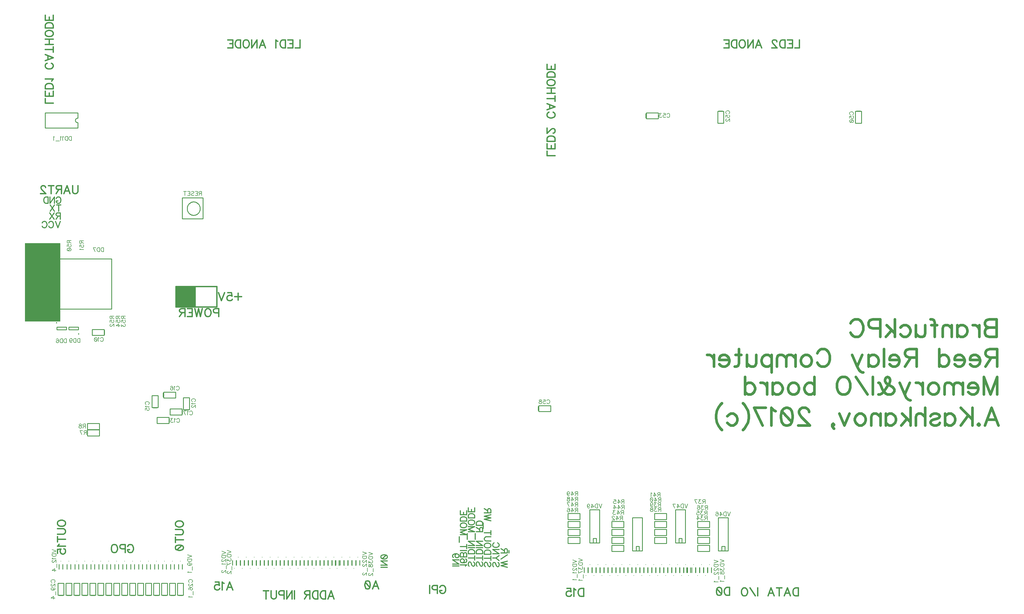
<source format=gbr>
G04 DipTrace 2.4.0.2*
%INMemoryBrd-BottomMark.gbr*%
%MOMM*%
%ADD10C,0.25*%
%ADD28C,0.4*%
%ADD42O,0.391X0.391*%
%ADD58O,0.24X0.24*%
%ADD136C,0.196*%
%ADD137C,0.314*%
%ADD138C,0.863*%
%FSLAX53Y53*%
G04*
G71*
G90*
G75*
G01*
%LNBotSilk*%
%LPD*%
X35818Y95243D2*
D10*
Y96542D1*
X35722Y96845D2*
X31913D1*
Y94940D1*
X35722D1*
Y96845D1*
X61267Y71186D2*
X62566D1*
X62869Y71282D2*
X60964D1*
Y75092D1*
X62869D1*
Y71282D1*
X56466Y67175D2*
Y68473D1*
X56370Y68776D2*
X52560D1*
Y66871D1*
X56370D1*
Y68776D1*
X51276Y71851D2*
X52575D1*
X52878Y71947D2*
X50973D1*
Y75756D1*
X52878D1*
Y71947D1*
X54526Y76567D2*
Y75268D1*
X54622Y74965D2*
X58432D1*
Y76870D1*
X54622D1*
Y74965D1*
X60596Y69871D2*
Y71170D1*
X60500Y71473D2*
X56690D1*
Y69568D1*
X60500D1*
Y71473D1*
X276742Y166483D2*
X275444D1*
X275140Y166387D2*
X277045D1*
Y162578D1*
X275140D1*
Y166387D1*
X232837Y166481D2*
X231538D1*
X231235Y166385D2*
X233140D1*
Y162575D1*
X231235D1*
Y166385D1*
X208366Y165606D2*
Y164307D1*
X208461Y164004D2*
X212271D1*
Y165909D1*
X208461D1*
Y164004D1*
X174072Y72251D2*
Y70952D1*
X174168Y70649D2*
X177978D1*
Y72554D1*
X174168D1*
Y70649D1*
X59362Y11966D2*
X60661D1*
X60964Y12062D2*
X59059D1*
Y15872D1*
X60964D1*
Y12062D1*
X49201Y11966D2*
X50500D1*
X50803Y12062D2*
X48898D1*
Y15872D1*
X50803D1*
Y12062D1*
X39040Y11966D2*
X40339D1*
X40642Y12062D2*
X38737D1*
Y15872D1*
X40642D1*
Y12062D1*
X28879Y11966D2*
X30178D1*
X30481Y12062D2*
X28576D1*
Y15872D1*
X30481D1*
Y12062D1*
X56822Y11966D2*
X58121D1*
X58424Y12062D2*
X56519D1*
Y15872D1*
X58424D1*
Y12062D1*
X46661Y11966D2*
X47960D1*
X48263Y12062D2*
X46358D1*
Y15872D1*
X48263D1*
Y12062D1*
X36500Y11966D2*
X37799D1*
X38102Y12062D2*
X36197D1*
Y15872D1*
X38102D1*
Y12062D1*
X26339Y11966D2*
X27637D1*
X27941Y12062D2*
X26036D1*
Y15872D1*
X27941D1*
Y12062D1*
X54282Y11966D2*
X55580D1*
X55883Y12062D2*
X53978D1*
Y15872D1*
X55883D1*
Y12062D1*
X44120Y11966D2*
X45419D1*
X45722Y12062D2*
X43817D1*
Y15872D1*
X45722D1*
Y12062D1*
X33959Y11966D2*
X35258D1*
X35561Y12062D2*
X33656D1*
Y15872D1*
X35561D1*
Y12062D1*
X23798Y11966D2*
X25097D1*
X25400Y12062D2*
X23495D1*
Y15872D1*
X25400D1*
Y12062D1*
X51741Y11942D2*
X53040D1*
X53343Y12037D2*
X51438D1*
Y15847D1*
X53343D1*
Y12037D1*
X41580Y11966D2*
X42879D1*
X43182Y12062D2*
X41277D1*
Y15872D1*
X43182D1*
Y12062D1*
X31419Y11966D2*
X32718D1*
X33021Y12062D2*
X31116D1*
Y15872D1*
X33021D1*
Y12062D1*
X21258Y11966D2*
X22557D1*
X22860Y12062D2*
X20955D1*
Y15872D1*
X22860D1*
Y12062D1*
D42*
X20512Y98938D3*
X20645Y97565D2*
D10*
X23645D1*
X20645Y96765D2*
X23645D1*
Y97565D2*
Y96765D1*
X20645Y97565D2*
Y96765D1*
X38090Y119320D2*
X14090D1*
Y103318D1*
X38090D1*
Y119320D1*
D42*
X27590Y95388D3*
X27456Y96761D2*
D10*
X24457D1*
X27456Y97561D2*
X24457D1*
Y96761D2*
Y97561D1*
X27456Y96761D2*
Y97561D1*
X27328Y161075D2*
X16928D1*
X27328Y165876D2*
X16928D1*
Y161075D2*
Y165876D1*
X27328Y161075D2*
Y162776D1*
Y164176D2*
Y165876D1*
Y162776D2*
G02X27328Y164176I-94J700D01*
G01*
X34132Y64772D2*
X30322D1*
Y62867D1*
X34132D1*
Y64772D1*
X34135Y66838D2*
X30325D1*
Y64933D1*
X34135D1*
Y66838D1*
X224804Y26073D2*
X228614D1*
Y27978D1*
X224804D1*
Y26073D1*
X224802Y28610D2*
X228612D1*
Y30515D1*
X224802D1*
Y28610D1*
Y31150D2*
X228612D1*
Y33055D1*
X224802D1*
Y31150D1*
Y33690D2*
X228612D1*
Y35595D1*
X224802D1*
Y33690D1*
X211149Y28610D2*
X214959D1*
Y30515D1*
X211149D1*
Y28610D1*
Y31150D2*
X214959D1*
Y33055D1*
X211149D1*
Y31150D1*
Y33690D2*
X214959D1*
Y35595D1*
X211149D1*
Y33690D1*
Y36230D2*
X214959D1*
Y38135D1*
X211149D1*
Y36230D1*
X197497Y26070D2*
X201307D1*
Y27975D1*
X197497D1*
Y26070D1*
Y28610D2*
X201307D1*
Y30515D1*
X197497D1*
Y28610D1*
Y31150D2*
X201307D1*
Y33055D1*
X197497D1*
Y31150D1*
Y33690D2*
X201307D1*
Y35595D1*
X197497D1*
Y33690D1*
X183529Y28613D2*
X187339D1*
Y30518D1*
X183529D1*
Y28613D1*
Y31153D2*
X187339D1*
Y33058D1*
X183529D1*
Y31153D1*
Y33693D2*
X187339D1*
Y35598D1*
X183529D1*
Y33693D1*
Y36233D2*
X187339D1*
Y38138D1*
X183529D1*
Y36233D1*
X60563Y132120D2*
X67230D1*
Y138786D1*
X60563D1*
Y132120D1*
X62151Y135373D2*
X62156Y135523D1*
X62171Y135672D1*
X62196Y135819D1*
X62231Y135964D1*
X62275Y136106D1*
X62329Y136245D1*
X62392Y136380D1*
X62464Y136509D1*
X62545Y136633D1*
X62633Y136751D1*
X62730Y136862D1*
X62833Y136966D1*
X62944Y137062D1*
X63060Y137150D1*
X63182Y137229D1*
X63310Y137300D1*
X63441Y137360D1*
X63577Y137412D1*
X63715Y137453D1*
X63856Y137484D1*
X63999Y137505D1*
X64142Y137515D1*
X64286D1*
X64430Y137505D1*
X64573Y137484D1*
X64714Y137453D1*
X64852Y137412D1*
X64987Y137360D1*
X65119Y137300D1*
X65246Y137229D1*
X65368Y137150D1*
X65485Y137062D1*
X65595Y136966D1*
X65699Y136862D1*
X65795Y136751D1*
X65884Y136633D1*
X65964Y136509D1*
X66036Y136380D1*
X66100Y136245D1*
X66154Y136106D1*
X66198Y135964D1*
X66233Y135819D1*
X66258Y135672D1*
X66273Y135523D1*
X66278Y135373D1*
X66273Y135224D1*
X66258Y135075D1*
X66233Y134928D1*
X66198Y134783D1*
X66154Y134641D1*
X66100Y134502D1*
X66036Y134367D1*
X65964Y134238D1*
X65884Y134114D1*
X65795Y133996D1*
X65699Y133885D1*
X65595Y133781D1*
X65485Y133685D1*
X65368Y133597D1*
X65246Y133518D1*
X65119Y133447D1*
X64987Y133386D1*
X64852Y133335D1*
X64714Y133294D1*
X64573Y133263D1*
X64430Y133242D1*
X64286Y133232D1*
X64142D1*
X63999Y133242D1*
X63856Y133263D1*
X63715Y133294D1*
X63577Y133335D1*
X63441Y133386D1*
X63310Y133447D1*
X63182Y133518D1*
X63060Y133597D1*
X62944Y133685D1*
X62833Y133781D1*
X62730Y133885D1*
X62633Y133996D1*
X62545Y134114D1*
X62464Y134238D1*
X62392Y134367D1*
X62329Y134502D1*
X62275Y134641D1*
X62231Y134783D1*
X62196Y134928D1*
X62171Y135075D1*
X62156Y135224D1*
X62151Y135373D1*
X234564Y26189D2*
X231427D1*
Y36746D1*
X234564D1*
Y26189D1*
X233519D2*
X232548D1*
Y27656D1*
X233519D1*
Y26189D1*
X220912Y28729D2*
X217775D1*
Y39286D1*
X220912D1*
Y28729D1*
X219866D2*
X218895D1*
Y30196D1*
X219866D1*
Y28729D1*
X207259Y26189D2*
X204122D1*
Y36746D1*
X207259D1*
Y26189D1*
X206214D2*
X205243D1*
Y27656D1*
X206214D1*
Y26189D1*
X193607Y28729D2*
X190470D1*
Y39286D1*
X193607D1*
Y28729D1*
X192561D2*
X191590D1*
Y30196D1*
X192561D1*
Y28729D1*
X56871Y21925D2*
Y20325D1*
X58071Y21925D2*
Y20325D1*
D58*
X57471Y22865D3*
X46710Y21925D2*
D10*
Y20325D1*
X47910Y21925D2*
Y20325D1*
D58*
X47310Y22865D3*
X36549Y21925D2*
D10*
Y20325D1*
X37749Y21925D2*
Y20325D1*
D58*
X37149Y22865D3*
X26388Y21925D2*
D10*
Y20325D1*
X27588Y21925D2*
Y20325D1*
D58*
X26988Y22865D3*
X54331Y21925D2*
D10*
Y20325D1*
X55531Y21925D2*
Y20325D1*
D58*
X54931Y22865D3*
X44170Y21925D2*
D10*
Y20325D1*
X45370Y21925D2*
Y20325D1*
D58*
X44770Y22865D3*
X34009Y21925D2*
D10*
Y20325D1*
X35209Y21925D2*
Y20325D1*
D58*
X34609Y22865D3*
X23848Y21925D2*
D10*
Y20325D1*
X25048Y21925D2*
Y20325D1*
D58*
X24448Y22865D3*
X51791Y21925D2*
D10*
Y20325D1*
X52991Y21925D2*
Y20325D1*
D58*
X52391Y22865D3*
X41630Y21925D2*
D10*
Y20325D1*
X42830Y21925D2*
Y20325D1*
D58*
X42230Y22865D3*
X31469Y21925D2*
D10*
Y20325D1*
X32669Y21925D2*
Y20325D1*
D58*
X32069Y22865D3*
X21308Y21925D2*
D10*
Y20325D1*
X22507Y21925D2*
Y20325D1*
D58*
X21908Y22865D3*
X225404Y19226D2*
D10*
Y20826D1*
X224204Y19226D2*
Y20826D1*
D58*
X224804Y18286D3*
X113373Y21569D2*
D10*
Y23169D1*
X112173Y21569D2*
Y23169D1*
D58*
X112773Y20629D3*
X220324Y19226D2*
D10*
Y20826D1*
X219124Y19226D2*
Y20826D1*
D58*
X219724Y18286D3*
X108293Y21569D2*
D10*
Y23169D1*
X107093Y21569D2*
Y23169D1*
D58*
X107693Y20629D3*
X215244Y19226D2*
D10*
Y20826D1*
X214044Y19226D2*
Y20826D1*
D58*
X214644Y18286D3*
X103213Y21569D2*
D10*
Y23169D1*
X102013Y21569D2*
Y23169D1*
D58*
X102613Y20629D3*
X210164Y19226D2*
D10*
Y20826D1*
X208964Y19226D2*
Y20826D1*
D58*
X209564Y18286D3*
X98133Y21569D2*
D10*
Y23169D1*
X96933Y21569D2*
Y23169D1*
D58*
X97533Y20629D3*
X205084Y19226D2*
D10*
Y20826D1*
X203884Y19226D2*
Y20826D1*
D58*
X204484Y18286D3*
X93053Y21569D2*
D10*
Y23169D1*
X91853Y21569D2*
Y23169D1*
D58*
X92453Y20629D3*
X200004Y19226D2*
D10*
Y20826D1*
X198804Y19226D2*
Y20826D1*
D58*
X199404Y18286D3*
X87973Y21569D2*
D10*
Y23169D1*
X86773Y21569D2*
Y23169D1*
D58*
X87373Y20629D3*
X194924Y19249D2*
D10*
Y20849D1*
X193724Y19249D2*
Y20849D1*
D58*
X194324Y18309D3*
X82893Y21592D2*
D10*
Y23192D1*
X81693Y21592D2*
Y23192D1*
D58*
X82293Y20652D3*
X189844Y19249D2*
D10*
Y20849D1*
X188644Y19249D2*
Y20849D1*
D58*
X189244Y18309D3*
X77813Y21592D2*
D10*
Y23192D1*
X76613Y21592D2*
Y23192D1*
D58*
X77213Y20652D3*
X227944Y19226D2*
D10*
Y20826D1*
X226744Y19226D2*
Y20826D1*
D58*
X227344Y18286D3*
X115913Y21569D2*
D10*
Y23169D1*
X114713Y21569D2*
Y23169D1*
D58*
X115313Y20629D3*
X222547Y19226D2*
D10*
Y20826D1*
X221347Y19226D2*
Y20826D1*
D58*
X221947Y18286D3*
X110515Y21569D2*
D10*
Y23169D1*
X109315Y21569D2*
Y23169D1*
D58*
X109915Y20629D3*
X217784Y19226D2*
D10*
Y20826D1*
X216584Y19226D2*
Y20826D1*
D58*
X217184Y18286D3*
X105753Y21569D2*
D10*
Y23169D1*
X104553Y21569D2*
Y23169D1*
D58*
X105153Y20629D3*
X212704Y19226D2*
D10*
Y20826D1*
X211504Y19226D2*
Y20826D1*
D58*
X212104Y18286D3*
X100673Y21569D2*
D10*
Y23169D1*
X99473Y21569D2*
Y23169D1*
D58*
X100073Y20629D3*
X207624Y19226D2*
D10*
Y20826D1*
X206424Y19226D2*
Y20826D1*
D58*
X207024Y18286D3*
X95593Y21569D2*
D10*
Y23169D1*
X94393Y21569D2*
Y23169D1*
D58*
X94993Y20629D3*
X202544Y19226D2*
D10*
Y20826D1*
X201344Y19226D2*
Y20826D1*
D58*
X201944Y18286D3*
X90513Y21569D2*
D10*
Y23169D1*
X89313Y21569D2*
Y23169D1*
D58*
X89913Y20629D3*
X197464Y19226D2*
D10*
Y20826D1*
X196264Y19226D2*
Y20826D1*
D58*
X196864Y18286D3*
X85433Y21569D2*
D10*
Y23169D1*
X84233Y21569D2*
Y23169D1*
D58*
X84833Y20629D3*
X192384Y19226D2*
D10*
Y20826D1*
X191184Y19226D2*
Y20826D1*
D58*
X191784Y18286D3*
X80353Y21569D2*
D10*
Y23169D1*
X79153Y21569D2*
Y23169D1*
D58*
X79753Y20629D3*
X225474Y20849D2*
D10*
Y19249D1*
X226674Y20849D2*
Y19249D1*
D58*
X226074Y21789D3*
X113443Y23192D2*
D10*
Y21592D1*
X114643Y23192D2*
Y21592D1*
D58*
X114043Y24132D3*
X220394Y20849D2*
D10*
Y19249D1*
X221594Y20849D2*
Y19249D1*
D58*
X220994Y21789D3*
X108363Y23192D2*
D10*
Y21592D1*
X109563Y23192D2*
Y21592D1*
D58*
X108963Y24132D3*
X215314Y20849D2*
D10*
Y19249D1*
X216514Y20849D2*
Y19249D1*
D58*
X215914Y21789D3*
X103283Y23192D2*
D10*
Y21592D1*
X104483Y23192D2*
Y21592D1*
D58*
X103883Y24132D3*
X210234Y20849D2*
D10*
Y19249D1*
X211434Y20849D2*
Y19249D1*
D58*
X210834Y21789D3*
X98203Y23192D2*
D10*
Y21592D1*
X99403Y23192D2*
Y21592D1*
D58*
X98803Y24132D3*
X205154Y20849D2*
D10*
Y19249D1*
X206354Y20849D2*
Y19249D1*
D58*
X205754Y21789D3*
X93123Y23192D2*
D10*
Y21592D1*
X94323Y23192D2*
Y21592D1*
D58*
X93723Y24132D3*
X200074Y20849D2*
D10*
Y19249D1*
X201274Y20849D2*
Y19249D1*
D58*
X200674Y21789D3*
X88043Y23192D2*
D10*
Y21592D1*
X89243Y23192D2*
Y21592D1*
D58*
X88643Y24132D3*
X194994Y20849D2*
D10*
Y19249D1*
X196194Y20849D2*
Y19249D1*
D58*
X195594Y21789D3*
X82963Y23192D2*
D10*
Y21592D1*
X84163Y23192D2*
Y21592D1*
D58*
X83563Y24132D3*
X189914Y20849D2*
D10*
Y19249D1*
X191114Y20849D2*
Y19249D1*
D58*
X190514Y21789D3*
X77883Y23192D2*
D10*
Y21592D1*
X79083Y23192D2*
Y21592D1*
D58*
X78483Y24132D3*
X228014Y20849D2*
D10*
Y19249D1*
X229214Y20849D2*
Y19249D1*
D58*
X228614Y21789D3*
X115983Y23192D2*
D10*
Y21592D1*
X117183Y23192D2*
Y21592D1*
D58*
X116583Y24132D3*
X222934Y20849D2*
D10*
Y19249D1*
X224134Y20849D2*
Y19249D1*
D58*
X223534Y21789D3*
X110903Y23192D2*
D10*
Y21592D1*
X112103Y23192D2*
Y21592D1*
D58*
X111503Y24132D3*
X217854Y20849D2*
D10*
Y19249D1*
X219054Y20849D2*
Y19249D1*
D58*
X218454Y21789D3*
X105823Y23192D2*
D10*
Y21592D1*
X107023Y23192D2*
Y21592D1*
D58*
X106423Y24132D3*
X212774Y20849D2*
D10*
Y19249D1*
X213974Y20849D2*
Y19249D1*
D58*
X213374Y21789D3*
X100743Y23192D2*
D10*
Y21592D1*
X101943Y23192D2*
Y21592D1*
D58*
X101343Y24132D3*
X207694Y20849D2*
D10*
Y19249D1*
X208894Y20849D2*
Y19249D1*
D58*
X208294Y21789D3*
X95663Y23192D2*
D10*
Y21592D1*
X96863Y23192D2*
Y21592D1*
D58*
X96263Y24132D3*
X202614Y20849D2*
D10*
Y19249D1*
X203814Y20849D2*
Y19249D1*
D58*
X203214Y21789D3*
X90583Y23192D2*
D10*
Y21592D1*
X91783Y23192D2*
Y21592D1*
D58*
X91183Y24132D3*
X197534Y20849D2*
D10*
Y19249D1*
X198734Y20849D2*
Y19249D1*
D58*
X198134Y21789D3*
X85503Y23192D2*
D10*
Y21592D1*
X86703Y23192D2*
Y21592D1*
D58*
X86103Y24132D3*
X192454Y20849D2*
D10*
Y19249D1*
X193654Y20849D2*
Y19249D1*
D58*
X193054Y21789D3*
X80423Y23192D2*
D10*
Y21592D1*
X81623Y23192D2*
Y21592D1*
D58*
X81023Y24132D3*
X59412Y21925D2*
D10*
Y20325D1*
X60611Y21925D2*
Y20325D1*
D58*
X60012Y22865D3*
X49250Y21925D2*
D10*
Y20325D1*
X50450Y21925D2*
Y20325D1*
D58*
X49850Y22865D3*
X39089Y21925D2*
D10*
Y20325D1*
X40289Y21925D2*
Y20325D1*
D58*
X39689Y22865D3*
X28928Y21925D2*
D10*
Y20325D1*
X30128Y21925D2*
Y20325D1*
D58*
X29528Y22865D3*
X58583Y110499D2*
D28*
X71601D1*
Y103990D1*
X58583D1*
Y110499D1*
G36*
D2*
X64933D1*
Y103990D1*
X58583D1*
Y110499D1*
G37*
G36*
X10476Y124312D2*
X21749D1*
Y99386D1*
X10476D1*
Y124312D1*
G37*
X34538Y93956D2*
D136*
X34599Y94077D1*
X34721Y94199D1*
X34842Y94260D1*
X35085D1*
X35207Y94199D1*
X35327Y94077D1*
X35389Y93956D1*
X35450Y93774D1*
Y93469D1*
X35389Y93288D1*
X35327Y93166D1*
X35207Y93045D1*
X35085Y92984D1*
X34842D1*
X34721Y93045D1*
X34599Y93166D1*
X34538Y93288D1*
X34146Y94015D2*
X34024Y94077D1*
X33842Y94258D1*
Y92984D1*
X33084Y94258D2*
X33267Y94198D1*
X33389Y94015D1*
X33449Y93712D1*
Y93530D1*
X33389Y93226D1*
X33267Y93044D1*
X33084Y92984D1*
X32964D1*
X32781Y93044D1*
X32661Y93226D1*
X32599Y93530D1*
Y93712D1*
X32661Y94015D1*
X32781Y94198D1*
X32964Y94258D1*
X33084D1*
X32661Y94015D2*
X33389Y93226D1*
X63853Y73812D2*
X63732Y73872D1*
X63610Y73994D1*
X63550Y74115D1*
Y74358D1*
X63610Y74480D1*
X63732Y74601D1*
X63853Y74663D1*
X64036Y74723D1*
X64340D1*
X64521Y74663D1*
X64643Y74601D1*
X64764Y74480D1*
X64826Y74358D1*
Y74115D1*
X64764Y73994D1*
X64643Y73872D1*
X64521Y73812D1*
X63794Y73420D2*
X63732Y73298D1*
X63551Y73115D1*
X64826D1*
X63854Y72661D2*
X63794D1*
X63672Y72601D1*
X63612Y72540D1*
X63551Y72418D1*
Y72175D1*
X63612Y72055D1*
X63672Y71994D1*
X63794Y71933D1*
X63915D1*
X64037Y71994D1*
X64218Y72115D1*
X64826Y72723D1*
Y71872D1*
X58838Y68110D2*
X58898Y68231D1*
X59020Y68353D1*
X59141Y68414D1*
X59384D1*
X59506Y68353D1*
X59627Y68231D1*
X59688Y68110D1*
X59749Y67928D1*
Y67623D1*
X59688Y67442D1*
X59627Y67320D1*
X59506Y67199D1*
X59384Y67138D1*
X59141D1*
X59020Y67199D1*
X58898Y67320D1*
X58838Y67442D1*
X58446Y68169D2*
X58323Y68231D1*
X58141Y68412D1*
Y67138D1*
X57627Y68412D2*
X56960D1*
X57323Y67926D1*
X57141D1*
X57020Y67866D1*
X56960Y67806D1*
X56898Y67623D1*
Y67503D1*
X56960Y67320D1*
X57081Y67198D1*
X57263Y67138D1*
X57446D1*
X57627Y67198D1*
X57687Y67260D1*
X57749Y67380D1*
X49099Y72889D2*
X48978Y72949D1*
X48856Y73072D1*
X48795Y73192D1*
Y73435D1*
X48856Y73557D1*
X48978Y73678D1*
X49099Y73740D1*
X49281Y73800D1*
X49586D1*
X49767Y73740D1*
X49889Y73678D1*
X50010Y73557D1*
X50071Y73435D1*
Y73192D1*
X50010Y73072D1*
X49889Y72949D1*
X49767Y72889D1*
X49040Y72497D2*
X48978Y72375D1*
X48797Y72192D1*
X50071D1*
X48797Y71072D2*
Y71678D1*
X49343Y71738D1*
X49283Y71678D1*
X49221Y71495D1*
Y71314D1*
X49283Y71132D1*
X49403Y71010D1*
X49586Y70949D1*
X49706D1*
X49889Y71010D1*
X50011Y71132D1*
X50071Y71314D1*
Y71495D1*
X50011Y71678D1*
X49949Y71738D1*
X49829Y71800D1*
X58709Y78427D2*
X58769Y78548D1*
X58891Y78670D1*
X59012Y78730D1*
X59255D1*
X59377Y78670D1*
X59498Y78548D1*
X59559Y78427D1*
X59620Y78244D1*
Y77940D1*
X59559Y77759D1*
X59498Y77636D1*
X59377Y77516D1*
X59255Y77454D1*
X59012D1*
X58891Y77516D1*
X58769Y77636D1*
X58709Y77759D1*
X58316Y78486D2*
X58194Y78548D1*
X58012Y78729D1*
Y77454D1*
X56891Y78548D2*
X56951Y78668D1*
X57134Y78729D1*
X57255D1*
X57437Y78668D1*
X57559Y78486D1*
X57620Y78183D1*
Y77879D1*
X57559Y77636D1*
X57437Y77514D1*
X57255Y77454D1*
X57194D1*
X57013Y77514D1*
X56891Y77636D1*
X56831Y77819D1*
Y77879D1*
X56891Y78062D1*
X57013Y78183D1*
X57194Y78243D1*
X57255D1*
X57437Y78183D1*
X57559Y78062D1*
X57620Y77879D1*
X62968Y70489D2*
X63028Y70610D1*
X63150Y70732D1*
X63271Y70792D1*
X63514D1*
X63636Y70732D1*
X63757Y70610D1*
X63818Y70489D1*
X63879Y70307D1*
Y70002D1*
X63818Y69821D1*
X63757Y69699D1*
X63636Y69578D1*
X63514Y69516D1*
X63271D1*
X63150Y69578D1*
X63028Y69699D1*
X62968Y69821D1*
X62576Y70548D2*
X62453Y70610D1*
X62271Y70791D1*
Y69516D1*
X61636D2*
X61028Y70791D1*
X61879D1*
X273584Y165318D2*
X273463Y165378D1*
X273341Y165500D1*
X273281Y165621D1*
Y165864D1*
X273341Y165986D1*
X273463Y166107D1*
X273584Y166168D1*
X273766Y166229D1*
X274071D1*
X274252Y166168D1*
X274374Y166107D1*
X274495Y165986D1*
X274557Y165864D1*
Y165621D1*
X274495Y165500D1*
X274374Y165378D1*
X274252Y165318D1*
X273282Y164197D2*
Y164803D1*
X273828Y164864D1*
X273768Y164803D1*
X273706Y164621D1*
Y164440D1*
X273768Y164257D1*
X273888Y164135D1*
X274071Y164075D1*
X274192D1*
X274374Y164135D1*
X274496Y164257D1*
X274557Y164440D1*
Y164621D1*
X274496Y164803D1*
X274435Y164864D1*
X274314Y164926D1*
X273282Y163318D2*
X273342Y163500D1*
X273525Y163622D1*
X273828Y163683D1*
X274011D1*
X274314Y163622D1*
X274496Y163500D1*
X274557Y163318D1*
Y163197D1*
X274496Y163014D1*
X274314Y162894D1*
X274011Y162832D1*
X273828D1*
X273525Y162894D1*
X273342Y163014D1*
X273282Y163197D1*
Y163318D1*
X273525Y162894D2*
X274314Y163622D1*
X234124Y165633D2*
X234003Y165693D1*
X233881Y165815D1*
X233821Y165936D1*
Y166179D1*
X233881Y166301D1*
X234003Y166422D1*
X234124Y166483D1*
X234307Y166544D1*
X234611D1*
X234792Y166483D1*
X234914Y166422D1*
X235035Y166301D1*
X235097Y166179D1*
Y165936D1*
X235035Y165815D1*
X234914Y165693D1*
X234792Y165633D1*
X233822Y164512D2*
Y165118D1*
X234368Y165179D1*
X234308Y165118D1*
X234246Y164936D1*
Y164755D1*
X234308Y164572D1*
X234429Y164450D1*
X234611Y164390D1*
X234732D1*
X234914Y164450D1*
X235037Y164572D1*
X235097Y164755D1*
Y164936D1*
X235037Y165118D1*
X234975Y165179D1*
X234854Y165240D1*
X234125Y163936D2*
X234065D1*
X233943Y163875D1*
X233883Y163815D1*
X233822Y163693D1*
Y163450D1*
X233883Y163329D1*
X233943Y163269D1*
X234065Y163207D1*
X234186D1*
X234308Y163269D1*
X234489Y163390D1*
X235097Y163998D1*
Y163147D1*
X215075Y165401D2*
X215135Y165522D1*
X215257Y165644D1*
X215378Y165705D1*
X215621D1*
X215743Y165644D1*
X215864Y165522D1*
X215926Y165401D1*
X215986Y165219D1*
Y164914D1*
X215926Y164733D1*
X215864Y164611D1*
X215743Y164490D1*
X215621Y164429D1*
X215378D1*
X215257Y164490D1*
X215135Y164611D1*
X215075Y164733D1*
X213954Y165703D2*
X214561D1*
X214621Y165157D1*
X214561Y165218D1*
X214378Y165279D1*
X214197D1*
X214014Y165218D1*
X213892Y165097D1*
X213832Y164914D1*
Y164794D1*
X213892Y164611D1*
X214014Y164489D1*
X214197Y164429D1*
X214378D1*
X214561Y164489D1*
X214621Y164551D1*
X214683Y164671D1*
X213318Y165703D2*
X212651D1*
X213014Y165218D1*
X212832D1*
X212711Y165157D1*
X212651Y165097D1*
X212589Y164914D1*
Y164794D1*
X212651Y164611D1*
X212772Y164489D1*
X212954Y164429D1*
X213137D1*
X213318Y164489D1*
X213378Y164551D1*
X213440Y164671D1*
X176811Y74111D2*
X176872Y74231D1*
X176994Y74353D1*
X177115Y74414D1*
X177358D1*
X177480Y74353D1*
X177600Y74231D1*
X177662Y74111D1*
X177723Y73928D1*
Y73623D1*
X177662Y73442D1*
X177600Y73320D1*
X177480Y73200D1*
X177358Y73138D1*
X177115D1*
X176994Y73200D1*
X176872Y73320D1*
X176811Y73442D1*
X175691Y74412D2*
X176297D1*
X176357Y73866D1*
X176297Y73927D1*
X176115Y73988D1*
X175934D1*
X175751Y73927D1*
X175629Y73806D1*
X175569Y73623D1*
Y73503D1*
X175629Y73320D1*
X175751Y73198D1*
X175934Y73138D1*
X176115D1*
X176297Y73198D1*
X176357Y73260D1*
X176419Y73381D1*
X174873Y74412D2*
X175054Y74352D1*
X175116Y74231D1*
Y74109D1*
X175054Y73988D1*
X174933Y73927D1*
X174691Y73866D1*
X174508Y73806D1*
X174387Y73684D1*
X174327Y73563D1*
Y73381D1*
X174387Y73260D1*
X174448Y73198D1*
X174630Y73138D1*
X174873D1*
X175054Y73198D1*
X175116Y73260D1*
X175176Y73381D1*
Y73563D1*
X175116Y73684D1*
X174994Y73806D1*
X174813Y73866D1*
X174570Y73927D1*
X174448Y73988D1*
X174387Y74109D1*
Y74231D1*
X174448Y74352D1*
X174630Y74412D1*
X174873D1*
X62900Y16114D2*
X62780Y16175D1*
X62658Y16297D1*
X62597Y16417D1*
Y16660D1*
X62658Y16782D1*
X62780Y16903D1*
X62900Y16965D1*
X63083Y17025D1*
X63388D1*
X63569Y16965D1*
X63691Y16903D1*
X63812Y16782D1*
X63873Y16660D1*
Y16417D1*
X63812Y16297D1*
X63691Y16175D1*
X63569Y16114D1*
X62902Y15660D2*
X62841D1*
X62719Y15600D1*
X62659Y15540D1*
X62599Y15417D1*
Y15175D1*
X62659Y15054D1*
X62719Y14993D1*
X62841Y14932D1*
X62962D1*
X63084Y14993D1*
X63265Y15114D1*
X63873Y15722D1*
Y14871D1*
X62780Y13751D2*
X62659Y13811D1*
X62599Y13993D1*
Y14114D1*
X62659Y14297D1*
X62841Y14419D1*
X63145Y14479D1*
X63448D1*
X63691Y14419D1*
X63813Y14297D1*
X63873Y14114D1*
Y14054D1*
X63813Y13873D1*
X63691Y13751D1*
X63508Y13690D1*
X63448D1*
X63265Y13751D1*
X63145Y13873D1*
X63084Y14054D1*
Y14114D1*
X63145Y14297D1*
X63265Y14419D1*
X63448Y14479D1*
X64084Y13298D2*
Y12144D1*
X62841Y11752D2*
X62780Y11630D1*
X62599Y11447D1*
X63873D1*
X19081Y16101D2*
X18960Y16161D1*
X18838Y16283D1*
X18778Y16404D1*
Y16647D1*
X18838Y16769D1*
X18960Y16890D1*
X19081Y16951D1*
X19263Y17012D1*
X19568D1*
X19749Y16951D1*
X19871Y16890D1*
X19992Y16769D1*
X20054Y16647D1*
Y16404D1*
X19992Y16283D1*
X19871Y16161D1*
X19749Y16101D1*
X19082Y15647D2*
X19022D1*
X18900Y15586D1*
X18839Y15526D1*
X18779Y15404D1*
Y15161D1*
X18839Y15040D1*
X18900Y14980D1*
X19022Y14918D1*
X19143D1*
X19265Y14980D1*
X19446Y15101D1*
X20054Y15708D1*
Y14858D1*
X19203Y13675D2*
X19385Y13737D1*
X19508Y13858D1*
X19568Y14040D1*
Y14101D1*
X19508Y14283D1*
X19385Y14404D1*
X19203Y14466D1*
X19143D1*
X18960Y14404D1*
X18839Y14283D1*
X18779Y14101D1*
Y14040D1*
X18839Y13858D1*
X18960Y13737D1*
X19203Y13675D1*
X19508D1*
X19811Y13737D1*
X19993Y13858D1*
X20054Y14040D1*
Y14161D1*
X19993Y14343D1*
X19871Y14404D1*
X20264Y13283D2*
Y12129D1*
X20054Y11129D2*
X18779D1*
X19628Y11737D1*
Y10826D1*
X23700Y93820D2*
Y92544D1*
X23274D1*
X23092Y92606D1*
X22970Y92726D1*
X22909Y92849D1*
X22849Y93030D1*
Y93334D1*
X22909Y93517D1*
X22970Y93637D1*
X23092Y93760D1*
X23274Y93820D1*
X23700D1*
X22457D2*
Y92544D1*
X22032D1*
X21849Y92606D1*
X21727Y92726D1*
X21667Y92849D1*
X21606Y93030D1*
Y93334D1*
X21667Y93517D1*
X21727Y93637D1*
X21849Y93760D1*
X22032Y93820D1*
X22457D1*
X20485Y93637D2*
X20546Y93758D1*
X20728Y93819D1*
X20849D1*
X21031Y93758D1*
X21154Y93576D1*
X21214Y93272D1*
Y92969D1*
X21154Y92726D1*
X21031Y92604D1*
X20849Y92544D1*
X20789D1*
X20608Y92604D1*
X20485Y92726D1*
X20425Y92909D1*
Y92969D1*
X20485Y93152D1*
X20608Y93272D1*
X20789Y93333D1*
X20849D1*
X21031Y93272D1*
X21154Y93152D1*
X21214Y92969D1*
X35528Y122929D2*
Y121653D1*
X35102D1*
X34920Y121715D1*
X34798Y121835D1*
X34737Y121958D1*
X34677Y122139D1*
Y122443D1*
X34737Y122626D1*
X34798Y122746D1*
X34920Y122869D1*
X35102Y122929D1*
X35528D1*
X34285D2*
Y121653D1*
X33859D1*
X33677Y121715D1*
X33555Y121835D1*
X33494Y121958D1*
X33434Y122139D1*
Y122443D1*
X33494Y122626D1*
X33555Y122746D1*
X33677Y122869D1*
X33859Y122929D1*
X34285D1*
X32799Y121653D2*
X32191Y122928D1*
X33042D1*
X28000Y93906D2*
Y92630D1*
X27574D1*
X27392Y92691D1*
X27270Y92812D1*
X27209Y92934D1*
X27149Y93115D1*
Y93420D1*
X27209Y93603D1*
X27270Y93723D1*
X27392Y93845D1*
X27574Y93906D1*
X28000D1*
X26757D2*
Y92630D1*
X26332D1*
X26149Y92691D1*
X26027Y92812D1*
X25967Y92934D1*
X25906Y93115D1*
Y93420D1*
X25967Y93603D1*
X26027Y93723D1*
X26149Y93845D1*
X26332Y93906D1*
X26757D1*
X24724Y93480D2*
X24785Y93298D1*
X24906Y93176D1*
X25089Y93115D1*
X25149D1*
X25332Y93176D1*
X25452Y93298D1*
X25514Y93480D1*
Y93541D1*
X25452Y93723D1*
X25332Y93844D1*
X25149Y93904D1*
X25089D1*
X24906Y93844D1*
X24785Y93723D1*
X24724Y93480D1*
Y93176D1*
X24785Y92873D1*
X24906Y92690D1*
X25089Y92630D1*
X25209D1*
X25392Y92690D1*
X25452Y92812D1*
X25311Y158405D2*
Y157129D1*
X24885D1*
X24703Y157190D1*
X24581Y157311D1*
X24520Y157433D1*
X24460Y157614D1*
Y157919D1*
X24520Y158101D1*
X24581Y158222D1*
X24703Y158344D1*
X24885Y158405D1*
X25311D1*
X24068D2*
Y157129D1*
X23642D1*
X23460Y157190D1*
X23338Y157311D1*
X23277Y157433D1*
X23217Y157614D1*
Y157919D1*
X23277Y158101D1*
X23338Y158222D1*
X23460Y158344D1*
X23642Y158405D1*
X24068D1*
X22825Y158160D2*
X22703Y158222D1*
X22520Y158403D1*
Y157129D1*
X22128Y158160D2*
X22006Y158222D1*
X21823Y158403D1*
Y157129D1*
X21431Y156918D2*
X20277D1*
X19885Y158160D2*
X19763Y158222D1*
X19580Y158403D1*
Y157129D1*
X30099Y63960D2*
X29553D1*
X29370Y64022D1*
X29308Y64082D1*
X29248Y64203D1*
Y64325D1*
X29308Y64446D1*
X29370Y64507D1*
X29553Y64568D1*
X30099D1*
Y63292D1*
X29673Y63960D2*
X29248Y63292D1*
X28613D2*
X28005Y64566D1*
X28856D1*
X29783Y66026D2*
X29237D1*
X29055Y66088D1*
X28993Y66149D1*
X28932Y66269D1*
Y66391D1*
X28993Y66512D1*
X29055Y66574D1*
X29237Y66634D1*
X29783D1*
Y65358D1*
X29358Y66026D2*
X28932Y65358D1*
X28237Y66633D2*
X28418Y66572D1*
X28480Y66452D1*
Y66330D1*
X28418Y66209D1*
X28297Y66147D1*
X28055Y66087D1*
X27872Y66026D1*
X27751Y65904D1*
X27691Y65784D1*
Y65601D1*
X27751Y65480D1*
X27812Y65419D1*
X27994Y65358D1*
X28237D1*
X28418Y65419D1*
X28480Y65480D1*
X28540Y65601D1*
Y65784D1*
X28480Y65904D1*
X28358Y66026D1*
X28177Y66087D1*
X27934Y66147D1*
X27812Y66209D1*
X27751Y66330D1*
Y66452D1*
X27812Y66572D1*
X27994Y66633D1*
X28237D1*
X227931Y36692D2*
X227385D1*
X227203Y36754D1*
X227141Y36814D1*
X227080Y36935D1*
Y37057D1*
X227141Y37177D1*
X227203Y37239D1*
X227385Y37300D1*
X227931D1*
Y36024D1*
X227506Y36692D2*
X227080Y36024D1*
X226566Y37298D2*
X225899D1*
X226263Y36812D1*
X226080D1*
X225960Y36752D1*
X225899Y36692D1*
X225838Y36509D1*
Y36389D1*
X225899Y36206D1*
X226020Y36084D1*
X226203Y36024D1*
X226385D1*
X226566Y36084D1*
X226627Y36146D1*
X226688Y36266D1*
X224838Y36024D2*
Y37298D1*
X225445Y36449D1*
X224534D1*
X227898Y38277D2*
X227352D1*
X227170Y38338D1*
X227108Y38399D1*
X227048Y38519D1*
Y38642D1*
X227108Y38762D1*
X227170Y38824D1*
X227352Y38884D1*
X227898D1*
Y37608D1*
X227473Y38277D2*
X227048Y37608D1*
X226533Y38883D2*
X225867D1*
X226230Y38397D1*
X226048D1*
X225927Y38337D1*
X225867Y38277D1*
X225805Y38094D1*
Y37973D1*
X225867Y37791D1*
X225987Y37669D1*
X226170Y37608D1*
X226352D1*
X226533Y37669D1*
X226594Y37731D1*
X226656Y37851D1*
X224684Y38883D2*
X225291D1*
X225351Y38337D1*
X225291Y38397D1*
X225108Y38459D1*
X224927D1*
X224744Y38397D1*
X224622Y38277D1*
X224562Y38094D1*
Y37973D1*
X224622Y37791D1*
X224744Y37669D1*
X224927Y37608D1*
X225108D1*
X225291Y37669D1*
X225351Y37731D1*
X225413Y37851D1*
X228026Y40023D2*
X227480D1*
X227298Y40085D1*
X227236Y40145D1*
X227176Y40266D1*
Y40388D1*
X227236Y40509D1*
X227298Y40570D1*
X227480Y40631D1*
X228026D1*
Y39355D1*
X227601Y40023D2*
X227176Y39355D1*
X226661Y40629D2*
X225995D1*
X226358Y40144D1*
X226176D1*
X226055Y40083D1*
X225995Y40023D1*
X225933Y39840D1*
Y39720D1*
X225995Y39537D1*
X226115Y39415D1*
X226298Y39355D1*
X226480D1*
X226661Y39415D1*
X226722Y39477D1*
X226783Y39597D1*
X224812Y40448D2*
X224872Y40569D1*
X225055Y40629D1*
X225176D1*
X225358Y40569D1*
X225480Y40386D1*
X225541Y40083D1*
Y39780D1*
X225480Y39537D1*
X225358Y39415D1*
X225176Y39355D1*
X225115D1*
X224934Y39415D1*
X224812Y39537D1*
X224752Y39720D1*
Y39780D1*
X224812Y39962D1*
X224934Y40083D1*
X225115Y40144D1*
X225176D1*
X225358Y40083D1*
X225480Y39962D1*
X225541Y39780D1*
X227263Y41928D2*
X226717D1*
X226535Y41990D1*
X226473Y42050D1*
X226413Y42171D1*
Y42293D1*
X226473Y42413D1*
X226535Y42475D1*
X226717Y42536D1*
X227263D1*
Y41260D1*
X226838Y41928D2*
X226413Y41260D1*
X225898Y42534D2*
X225232D1*
X225595Y42048D1*
X225413D1*
X225292Y41988D1*
X225232Y41928D1*
X225170Y41745D1*
Y41625D1*
X225232Y41442D1*
X225352Y41320D1*
X225535Y41260D1*
X225717D1*
X225898Y41320D1*
X225959Y41382D1*
X226021Y41502D1*
X224535Y41260D2*
X223927Y42534D1*
X224778D1*
X213134Y39388D2*
X212588D1*
X212405Y39450D1*
X212344Y39510D1*
X212283Y39631D1*
Y39753D1*
X212344Y39874D1*
X212405Y39936D1*
X212588Y39996D1*
X213134D1*
Y38720D1*
X212709Y39388D2*
X212283Y38720D1*
X211769Y39994D2*
X211102D1*
X211466Y39509D1*
X211283D1*
X211162Y39448D1*
X211102Y39388D1*
X211040Y39206D1*
Y39085D1*
X211102Y38902D1*
X211223Y38780D1*
X211405Y38720D1*
X211588D1*
X211769Y38780D1*
X211829Y38842D1*
X211891Y38963D1*
X210345Y39994D2*
X210526Y39934D1*
X210588Y39813D1*
Y39691D1*
X210526Y39571D1*
X210405Y39509D1*
X210162Y39448D1*
X209980Y39388D1*
X209859Y39266D1*
X209799Y39145D1*
Y38963D1*
X209859Y38842D1*
X209920Y38780D1*
X210102Y38720D1*
X210345D1*
X210526Y38780D1*
X210588Y38842D1*
X210648Y38963D1*
Y39145D1*
X210588Y39266D1*
X210466Y39388D1*
X210285Y39448D1*
X210042Y39509D1*
X209920Y39571D1*
X209859Y39691D1*
Y39813D1*
X209920Y39934D1*
X210102Y39994D1*
X210345D1*
X213104Y40975D2*
X212558D1*
X212376Y41037D1*
X212314Y41098D1*
X212254Y41218D1*
Y41340D1*
X212314Y41461D1*
X212376Y41523D1*
X212558Y41583D1*
X213104D1*
Y40307D1*
X212679Y40975D2*
X212254Y40307D1*
X211739Y41582D2*
X211073D1*
X211436Y41096D1*
X211254D1*
X211133Y41036D1*
X211073Y40975D1*
X211011Y40793D1*
Y40672D1*
X211073Y40490D1*
X211193Y40368D1*
X211376Y40307D1*
X211558D1*
X211739Y40368D1*
X211800Y40429D1*
X211862Y40550D1*
X209828Y41158D2*
X209890Y40975D1*
X210011Y40853D1*
X210193Y40793D1*
X210254D1*
X210436Y40853D1*
X210557Y40975D1*
X210619Y41158D1*
Y41218D1*
X210557Y41401D1*
X210436Y41521D1*
X210254Y41582D1*
X210193D1*
X210011Y41521D1*
X209890Y41401D1*
X209828Y41158D1*
Y40853D1*
X209890Y40550D1*
X210011Y40368D1*
X210193Y40307D1*
X210314D1*
X210497Y40368D1*
X210557Y40490D1*
X213165Y42563D2*
X212619D1*
X212436Y42625D1*
X212374Y42685D1*
X212314Y42806D1*
Y42928D1*
X212374Y43049D1*
X212436Y43110D1*
X212619Y43171D1*
X213165D1*
Y41895D1*
X212739Y42563D2*
X212314Y41895D1*
X211314D2*
Y43169D1*
X211922Y42320D1*
X211011D1*
X210254Y43169D2*
X210436Y43109D1*
X210558Y42926D1*
X210619Y42623D1*
Y42441D1*
X210558Y42137D1*
X210436Y41955D1*
X210254Y41895D1*
X210133D1*
X209950Y41955D1*
X209830Y42137D1*
X209768Y42441D1*
Y42623D1*
X209830Y42926D1*
X209950Y43109D1*
X210133Y43169D1*
X210254D1*
X209830Y42926D2*
X210558Y42137D1*
X212892Y44150D2*
X212346D1*
X212163Y44212D1*
X212101Y44272D1*
X212041Y44393D1*
Y44515D1*
X212101Y44636D1*
X212163Y44698D1*
X212346Y44758D1*
X212892D1*
Y43482D1*
X212466Y44150D2*
X212041Y43482D1*
X211041D2*
Y44757D1*
X211649Y43907D1*
X210738D1*
X210346Y44514D2*
X210223Y44576D1*
X210041Y44757D1*
Y43482D1*
X200941Y36689D2*
X200395D1*
X200213Y36751D1*
X200151Y36811D1*
X200090Y36932D1*
Y37054D1*
X200151Y37175D1*
X200213Y37237D1*
X200395Y37297D1*
X200941D1*
Y36021D1*
X200516Y36689D2*
X200090Y36021D1*
X199090D2*
Y37296D1*
X199698Y36446D1*
X198787D1*
X198333Y36992D2*
Y37053D1*
X198273Y37175D1*
X198213Y37235D1*
X198090Y37296D1*
X197848D1*
X197727Y37235D1*
X197666Y37175D1*
X197605Y37053D1*
Y36932D1*
X197666Y36810D1*
X197787Y36629D1*
X198395Y36021D1*
X197544D1*
X201259Y38435D2*
X200713D1*
X200530Y38497D1*
X200468Y38558D1*
X200408Y38678D1*
Y38800D1*
X200468Y38921D1*
X200530Y38983D1*
X200713Y39043D1*
X201259D1*
Y37767D1*
X200833Y38435D2*
X200408Y37767D1*
X199408D2*
Y39042D1*
X200016Y38193D1*
X199105D1*
X198590Y39042D2*
X197924D1*
X198287Y38556D1*
X198105D1*
X197984Y38496D1*
X197924Y38435D1*
X197862Y38253D1*
Y38132D1*
X197924Y37950D1*
X198044Y37828D1*
X198227Y37767D1*
X198409D1*
X198590Y37828D1*
X198651Y37889D1*
X198713Y38010D1*
X201448Y40182D2*
X200902D1*
X200719Y40243D1*
X200657Y40304D1*
X200597Y40424D1*
Y40547D1*
X200657Y40667D1*
X200719Y40729D1*
X200902Y40789D1*
X201448D1*
Y39513D1*
X201022Y40182D2*
X200597Y39513D1*
X199597D2*
Y40788D1*
X200205Y39939D1*
X199294D1*
X198294Y39513D2*
Y40788D1*
X198902Y39939D1*
X197990D1*
X201418Y41928D2*
X200871D1*
X200689Y41990D1*
X200627Y42050D1*
X200567Y42171D1*
Y42293D1*
X200627Y42413D1*
X200689Y42475D1*
X200871Y42536D1*
X201418D1*
Y41260D1*
X200992Y41928D2*
X200567Y41260D1*
X199567D2*
Y42534D1*
X200175Y41685D1*
X199264D1*
X198143Y42534D2*
X198749D1*
X198810Y41988D1*
X198749Y42048D1*
X198567Y42110D1*
X198386D1*
X198203Y42048D1*
X198081Y41928D1*
X198021Y41745D1*
Y41625D1*
X198081Y41442D1*
X198203Y41320D1*
X198386Y41260D1*
X198567D1*
X198749Y41320D1*
X198810Y41382D1*
X198871Y41502D1*
X186625Y39232D2*
X186079D1*
X185897Y39294D1*
X185835Y39354D1*
X185775Y39475D1*
Y39597D1*
X185835Y39717D1*
X185897Y39779D1*
X186079Y39840D1*
X186625D1*
Y38564D1*
X186200Y39232D2*
X185775Y38564D1*
X184775D2*
Y39838D1*
X185382Y38989D1*
X184471D1*
X183351Y39657D2*
X183411Y39778D1*
X183593Y39838D1*
X183714D1*
X183897Y39778D1*
X184019Y39595D1*
X184079Y39292D1*
Y38989D1*
X184019Y38746D1*
X183897Y38624D1*
X183714Y38564D1*
X183654D1*
X183473Y38624D1*
X183351Y38746D1*
X183290Y38929D1*
Y38989D1*
X183351Y39171D1*
X183473Y39292D1*
X183654Y39352D1*
X183714D1*
X183897Y39292D1*
X184019Y39171D1*
X184079Y38989D1*
X186656Y40978D2*
X186110D1*
X185928Y41040D1*
X185866Y41100D1*
X185805Y41221D1*
Y41343D1*
X185866Y41464D1*
X185928Y41525D1*
X186110Y41586D1*
X186656D1*
Y40310D1*
X186231Y40978D2*
X185805Y40310D1*
X184805D2*
Y41584D1*
X185413Y40735D1*
X184502D1*
X183867Y40310D2*
X183259Y41584D1*
X184110D1*
X186655Y42724D2*
X186109D1*
X185927Y42786D1*
X185865Y42846D1*
X185805Y42967D1*
Y43089D1*
X185865Y43210D1*
X185927Y43272D1*
X186109Y43332D1*
X186655D1*
Y42056D1*
X186230Y42724D2*
X185805Y42056D1*
X184805D2*
Y43331D1*
X185413Y42481D1*
X184501D1*
X183806Y43331D2*
X183987Y43270D1*
X184049Y43149D1*
Y43027D1*
X183987Y42907D1*
X183866Y42845D1*
X183624Y42784D1*
X183441Y42724D1*
X183320Y42602D1*
X183260Y42481D1*
Y42299D1*
X183320Y42178D1*
X183381Y42116D1*
X183563Y42056D1*
X183806D1*
X183987Y42116D1*
X184049Y42178D1*
X184109Y42299D1*
Y42481D1*
X184049Y42602D1*
X183927Y42724D1*
X183746Y42784D1*
X183503Y42845D1*
X183381Y42907D1*
X183320Y43027D1*
Y43149D1*
X183381Y43270D1*
X183563Y43331D1*
X183806D1*
X186626Y44470D2*
X186080D1*
X185897Y44532D1*
X185836Y44592D1*
X185775Y44713D1*
Y44835D1*
X185836Y44956D1*
X185897Y45018D1*
X186080Y45078D1*
X186626D1*
Y43802D1*
X186201Y44470D2*
X185775Y43802D1*
X184775D2*
Y45077D1*
X185383Y44227D1*
X184472D1*
X183289Y44653D2*
X183351Y44470D1*
X183472Y44348D1*
X183654Y44288D1*
X183715D1*
X183897Y44348D1*
X184018Y44470D1*
X184080Y44653D1*
Y44713D1*
X184018Y44896D1*
X183897Y45016D1*
X183715Y45077D1*
X183654D1*
X183472Y45016D1*
X183351Y44896D1*
X183289Y44653D1*
Y44348D1*
X183351Y44045D1*
X183472Y43862D1*
X183654Y43802D1*
X183775D1*
X183958Y43862D1*
X184018Y43985D1*
X24512Y125186D2*
Y124640D1*
X24451Y124458D1*
X24390Y124396D1*
X24269Y124336D1*
X24147D1*
X24027Y124396D1*
X23965Y124458D1*
X23904Y124640D1*
Y125186D1*
X25181D1*
X24512Y124761D2*
X25181Y124336D1*
X23906Y123215D2*
Y123821D1*
X24452Y123882D1*
X24392Y123821D1*
X24330Y123639D1*
Y123458D1*
X24392Y123275D1*
X24512Y123153D1*
X24695Y123093D1*
X24816D1*
X24998Y123153D1*
X25120Y123275D1*
X25181Y123458D1*
Y123639D1*
X25120Y123821D1*
X25058Y123882D1*
X24938Y123944D1*
X23906Y122336D2*
X23966Y122518D1*
X24149Y122640D1*
X24452Y122701D1*
X24634D1*
X24938Y122640D1*
X25120Y122518D1*
X25181Y122336D1*
Y122215D1*
X25120Y122032D1*
X24938Y121912D1*
X24634Y121850D1*
X24452D1*
X24149Y121912D1*
X23966Y122032D1*
X23906Y122215D1*
Y122336D1*
X24149Y121912D2*
X24938Y122640D1*
X28479Y125075D2*
Y124529D1*
X28417Y124346D1*
X28357Y124284D1*
X28236Y124224D1*
X28114D1*
X27993Y124284D1*
X27931Y124346D1*
X27871Y124529D1*
Y125075D1*
X29147D1*
X28479Y124649D2*
X29147Y124224D1*
X27872Y123103D2*
Y123710D1*
X28419Y123770D1*
X28358Y123710D1*
X28296Y123527D1*
Y123346D1*
X28358Y123164D1*
X28479Y123041D1*
X28661Y122981D1*
X28782D1*
X28965Y123041D1*
X29087Y123164D1*
X29147Y123346D1*
Y123527D1*
X29087Y123710D1*
X29025Y123770D1*
X28904Y123832D1*
X28115Y122589D2*
X28054Y122467D1*
X27872Y122284D1*
X29147D1*
X38164Y101056D2*
Y100510D1*
X38102Y100328D1*
X38042Y100266D1*
X37921Y100206D1*
X37799D1*
X37678Y100266D1*
X37616Y100328D1*
X37556Y100510D1*
Y101056D1*
X38832D1*
X38164Y100631D2*
X38832Y100206D1*
X37557Y99085D2*
Y99691D1*
X38103Y99752D1*
X38043Y99691D1*
X37981Y99509D1*
Y99328D1*
X38043Y99145D1*
X38164Y99023D1*
X38346Y98963D1*
X38467D1*
X38649Y99023D1*
X38772Y99145D1*
X38832Y99328D1*
Y99509D1*
X38772Y99691D1*
X38710Y99752D1*
X38589Y99814D1*
X37860Y98509D2*
X37800D1*
X37678Y98449D1*
X37618Y98388D1*
X37557Y98266D1*
Y98023D1*
X37618Y97902D1*
X37678Y97842D1*
X37800Y97780D1*
X37921D1*
X38043Y97842D1*
X38224Y97963D1*
X38832Y98571D1*
Y97720D1*
X41815Y101056D2*
Y100510D1*
X41754Y100328D1*
X41693Y100266D1*
X41572Y100206D1*
X41450D1*
X41330Y100266D1*
X41268Y100328D1*
X41207Y100510D1*
Y101056D1*
X42484D1*
X41815Y100631D2*
X42484Y100206D1*
X41209Y99085D2*
Y99691D1*
X41755Y99752D1*
X41695Y99691D1*
X41633Y99509D1*
Y99328D1*
X41695Y99145D1*
X41815Y99023D1*
X41998Y98963D1*
X42119D1*
X42301Y99023D1*
X42423Y99145D1*
X42484Y99328D1*
Y99509D1*
X42423Y99691D1*
X42361Y99752D1*
X42241Y99814D1*
X41209Y98449D2*
Y97782D1*
X41695Y98145D1*
Y97963D1*
X41755Y97842D1*
X41815Y97782D1*
X41998Y97720D1*
X42119D1*
X42301Y97782D1*
X42423Y97902D1*
X42484Y98085D1*
Y98267D1*
X42423Y98449D1*
X42361Y98509D1*
X42241Y98571D1*
X40071Y101084D2*
Y100538D1*
X40010Y100355D1*
X39949Y100294D1*
X39829Y100233D1*
X39706D1*
X39586Y100294D1*
X39524Y100355D1*
X39464Y100538D1*
Y101084D1*
X40740D1*
X40071Y100659D2*
X40740Y100233D1*
X39465Y99113D2*
Y99719D1*
X40011Y99779D1*
X39951Y99719D1*
X39889Y99537D1*
Y99355D1*
X39951Y99173D1*
X40071Y99051D1*
X40254Y98990D1*
X40375D1*
X40557Y99051D1*
X40679Y99173D1*
X40740Y99355D1*
Y99537D1*
X40679Y99719D1*
X40618Y99779D1*
X40497Y99841D1*
X40740Y97990D2*
X39465D1*
X40314Y98598D1*
Y97687D1*
X66746Y140205D2*
X66200D1*
X66017Y140267D1*
X65956Y140327D1*
X65895Y140448D1*
Y140570D1*
X65956Y140691D1*
X66017Y140752D1*
X66200Y140813D1*
X66746D1*
Y139537D1*
X66321Y140205D2*
X65895Y139537D1*
X64714Y140813D2*
X65503D1*
Y139537D1*
X64714D1*
X65503Y140205D2*
X65017D1*
X63471Y140630D2*
X63592Y140752D1*
X63774Y140813D1*
X64017D1*
X64200Y140752D1*
X64322Y140630D1*
Y140510D1*
X64260Y140387D1*
X64200Y140327D1*
X64079Y140267D1*
X63714Y140145D1*
X63592Y140084D1*
X63532Y140022D1*
X63471Y139902D1*
Y139719D1*
X63592Y139598D1*
X63774Y139537D1*
X64017D1*
X64200Y139598D1*
X64322Y139719D1*
X62290Y140813D2*
X63079D1*
Y139537D1*
X62290D1*
X63079Y140205D2*
X62593D1*
X61473Y140813D2*
Y139537D1*
X61898Y140813D2*
X61047D1*
X235345Y38606D2*
X234859Y37330D1*
X234373Y38606D1*
X233981D2*
Y37330D1*
X233556D1*
X233373Y37392D1*
X233251Y37512D1*
X233191Y37634D1*
X233131Y37816D1*
Y38120D1*
X233191Y38303D1*
X233251Y38423D1*
X233373Y38546D1*
X233556Y38606D1*
X233981D1*
X232131Y37330D2*
Y38604D1*
X232738Y37755D1*
X231827D1*
X230707Y38423D2*
X230767Y38544D1*
X230949Y38604D1*
X231070D1*
X231253Y38544D1*
X231375Y38362D1*
X231435Y38058D1*
Y37755D1*
X231375Y37512D1*
X231253Y37390D1*
X231070Y37330D1*
X231010D1*
X230829Y37390D1*
X230707Y37512D1*
X230646Y37695D1*
Y37755D1*
X230707Y37938D1*
X230829Y38058D1*
X231010Y38119D1*
X231070D1*
X231253Y38058D1*
X231375Y37938D1*
X231435Y37755D1*
X221723Y41146D2*
X221238Y39870D1*
X220752Y41146D1*
X220360D2*
Y39870D1*
X219934D1*
X219752Y39932D1*
X219630Y40052D1*
X219569Y40174D1*
X219509Y40356D1*
Y40660D1*
X219569Y40843D1*
X219630Y40963D1*
X219752Y41086D1*
X219934Y41146D1*
X220360D1*
X218509Y39870D2*
Y41144D1*
X219117Y40295D1*
X218206D1*
X217571Y39870D2*
X216963Y41144D1*
X217814D1*
X194388Y41146D2*
X193902Y39870D1*
X193417Y41146D1*
X193024D2*
Y39870D1*
X192599D1*
X192417Y39932D1*
X192294Y40052D1*
X192234Y40174D1*
X192174Y40356D1*
Y40660D1*
X192234Y40843D1*
X192294Y40963D1*
X192417Y41086D1*
X192599Y41146D1*
X193024D1*
X191174Y39870D2*
Y41144D1*
X191782Y40295D1*
X190870D1*
X189688Y40721D2*
X189750Y40538D1*
X189870Y40416D1*
X190053Y40356D1*
X190113D1*
X190296Y40416D1*
X190417Y40538D1*
X190478Y40721D1*
Y40781D1*
X190417Y40963D1*
X190296Y41084D1*
X190113Y41144D1*
X190053D1*
X189870Y41084D1*
X189750Y40963D1*
X189688Y40721D1*
Y40416D1*
X189750Y40113D1*
X189870Y39930D1*
X190053Y39870D1*
X190174D1*
X190356Y39930D1*
X190417Y40052D1*
X19130Y26603D2*
X20406Y26117D1*
X19130Y25632D1*
Y25240D2*
X20406D1*
Y24814D1*
X20344Y24632D1*
X20224Y24510D1*
X20102Y24449D1*
X19920Y24389D1*
X19616D1*
X19433Y24449D1*
X19313Y24510D1*
X19190Y24632D1*
X19130Y24814D1*
Y25240D1*
X19374Y23997D2*
X19313Y23874D1*
X19132Y23692D1*
X20406D1*
X19435Y23238D2*
X19374D1*
X19252Y23178D1*
X19192Y23117D1*
X19132Y22995D1*
Y22752D1*
X19192Y22632D1*
X19252Y22571D1*
X19374Y22509D1*
X19495D1*
X19617Y22571D1*
X19798Y22692D1*
X20406Y23300D1*
Y22449D1*
X20617Y22057D2*
Y20903D1*
X20406Y19903D2*
X19132D1*
X19981Y20511D1*
Y19600D1*
X185038Y23335D2*
X186314Y22849D1*
X185038Y22363D1*
Y21971D2*
X186314D1*
Y21546D1*
X186252Y21363D1*
X186131Y21241D1*
X186009Y21181D1*
X185828Y21121D1*
X185523D1*
X185341Y21181D1*
X185220Y21241D1*
X185098Y21363D1*
X185038Y21546D1*
Y21971D1*
X185342Y20667D2*
X185282D1*
X185160Y20606D1*
X185100Y20546D1*
X185039Y20424D1*
Y20181D1*
X185100Y20060D1*
X185160Y20000D1*
X185282Y19938D1*
X185403D1*
X185525Y20000D1*
X185706Y20121D1*
X186314Y20728D1*
Y19878D1*
X185282Y19486D2*
X185220Y19363D1*
X185039Y19181D1*
X186314D1*
X186524Y18789D2*
Y17635D1*
X185282Y17243D2*
X185220Y17121D1*
X185039Y16938D1*
X186314D1*
X73165Y26110D2*
X74442Y25624D1*
X73165Y25138D1*
Y24746D2*
X74442D1*
Y24321D1*
X74380Y24138D1*
X74259Y24016D1*
X74137Y23956D1*
X73956Y23895D1*
X73651D1*
X73469Y23956D1*
X73348Y24016D1*
X73226Y24138D1*
X73165Y24321D1*
Y24746D1*
X73470Y23441D2*
X73410D1*
X73288Y23381D1*
X73227Y23321D1*
X73167Y23199D1*
Y22956D1*
X73227Y22835D1*
X73288Y22775D1*
X73410Y22713D1*
X73530D1*
X73653Y22775D1*
X73834Y22895D1*
X74442Y23503D1*
Y22653D1*
X73410Y22260D2*
X73348Y22138D1*
X73167Y21956D1*
X74442D1*
X74652Y21564D2*
Y20410D1*
X73470Y19956D2*
X73410D1*
X73288Y19895D1*
X73227Y19835D1*
X73167Y19713D1*
Y19470D1*
X73227Y19349D1*
X73288Y19289D1*
X73410Y19227D1*
X73530D1*
X73653Y19289D1*
X73834Y19410D1*
X74442Y20017D1*
Y19167D1*
X230123Y23268D2*
X231400Y22782D1*
X230123Y22296D1*
Y21904D2*
X231400D1*
Y21479D1*
X231338Y21296D1*
X231217Y21174D1*
X231095Y21114D1*
X230914Y21054D1*
X230609D1*
X230427Y21114D1*
X230306Y21174D1*
X230184Y21296D1*
X230123Y21479D1*
Y21904D1*
X230428Y20600D2*
X230368D1*
X230246Y20539D1*
X230185Y20479D1*
X230125Y20357D1*
Y20114D1*
X230185Y19993D1*
X230246Y19933D1*
X230368Y19871D1*
X230488D1*
X230611Y19933D1*
X230792Y20054D1*
X231400Y20661D1*
Y19811D1*
X230428Y19357D2*
X230368D1*
X230246Y19296D1*
X230185Y19236D1*
X230125Y19114D1*
Y18871D1*
X230185Y18750D1*
X230246Y18690D1*
X230368Y18628D1*
X230488D1*
X230611Y18690D1*
X230792Y18811D1*
X231400Y19419D1*
Y18568D1*
X231610Y18176D2*
Y17022D1*
X230368Y16630D2*
X230306Y16507D1*
X230125Y16325D1*
X231400D1*
X118092Y25884D2*
X119368Y25398D1*
X118092Y24913D1*
Y24520D2*
X119368D1*
Y24095D1*
X119307Y23913D1*
X119186Y23790D1*
X119064Y23730D1*
X118883Y23670D1*
X118578D1*
X118396Y23730D1*
X118275Y23790D1*
X118153Y23913D1*
X118092Y24095D1*
Y24520D1*
X118397Y23216D2*
X118337D1*
X118215Y23155D1*
X118154Y23095D1*
X118094Y22973D1*
Y22730D1*
X118154Y22609D1*
X118215Y22549D1*
X118337Y22487D1*
X118457D1*
X118580Y22549D1*
X118761Y22670D1*
X119368Y23277D1*
Y22427D1*
X118397Y21973D2*
X118337D1*
X118215Y21912D1*
X118154Y21852D1*
X118094Y21730D1*
Y21487D1*
X118154Y21366D1*
X118215Y21306D1*
X118337Y21244D1*
X118457D1*
X118580Y21306D1*
X118761Y21427D1*
X119368Y22035D1*
Y21184D1*
X119579Y20792D2*
Y19638D1*
X118397Y19184D2*
X118337D1*
X118215Y19123D1*
X118154Y19063D1*
X118094Y18941D1*
Y18698D1*
X118154Y18577D1*
X118215Y18517D1*
X118337Y18455D1*
X118457D1*
X118580Y18517D1*
X118761Y18638D1*
X119368Y19246D1*
Y18395D1*
X186943Y23750D2*
X188219Y23265D1*
X186943Y22779D1*
Y22387D2*
X188219D1*
Y21961D1*
X188157Y21779D1*
X188036Y21657D1*
X187914Y21596D1*
X187733Y21536D1*
X187429D1*
X187246Y21596D1*
X187125Y21657D1*
X187003Y21779D1*
X186943Y21961D1*
Y22387D1*
X186944Y21022D2*
Y20355D1*
X187430Y20719D1*
Y20536D1*
X187490Y20415D1*
X187551Y20355D1*
X187733Y20293D1*
X187854D1*
X188036Y20355D1*
X188159Y20476D1*
X188219Y20658D1*
Y20841D1*
X188159Y21022D1*
X188097Y21082D1*
X187976Y21144D1*
X188219Y19658D2*
X186944Y19050D1*
Y19901D1*
X188429Y18658D2*
Y17504D1*
X187187Y17112D2*
X187125Y16990D1*
X186944Y16807D1*
X188219D1*
X74912Y26366D2*
X76188Y25881D1*
X74912Y25395D1*
Y25003D2*
X76188D1*
Y24577D1*
X76126Y24395D1*
X76005Y24273D1*
X75883Y24212D1*
X75702Y24152D1*
X75397D1*
X75215Y24212D1*
X75094Y24273D1*
X74972Y24395D1*
X74912Y24577D1*
Y25003D1*
X74913Y23638D2*
Y22971D1*
X75399Y23335D1*
Y23152D1*
X75459Y23031D1*
X75520Y22971D1*
X75702Y22909D1*
X75823D1*
X76005Y22971D1*
X76127Y23092D1*
X76188Y23274D1*
Y23457D1*
X76127Y23638D1*
X76066Y23698D1*
X75945Y23760D1*
X76188Y22274D2*
X74913Y21666D1*
Y22517D1*
X76398Y21274D2*
Y20120D1*
X75216Y19666D2*
X75156D1*
X75034Y19606D1*
X74973Y19546D1*
X74913Y19423D1*
Y19181D1*
X74973Y19060D1*
X75034Y18999D1*
X75156Y18938D1*
X75277D1*
X75399Y18999D1*
X75580Y19120D1*
X76188Y19728D1*
Y18877D1*
X232029Y23432D2*
X233305Y22946D1*
X232029Y22461D1*
Y22069D2*
X233305D1*
Y21643D1*
X233243Y21461D1*
X233122Y21339D1*
X233000Y21278D1*
X232819Y21218D1*
X232514D1*
X232332Y21278D1*
X232211Y21339D1*
X232089Y21461D1*
X232029Y21643D1*
Y22069D1*
X232030Y20704D2*
Y20037D1*
X232516Y20400D1*
Y20218D1*
X232576Y20097D1*
X232636Y20037D1*
X232819Y19975D1*
X232940D1*
X233122Y20037D1*
X233244Y20157D1*
X233305Y20340D1*
Y20522D1*
X233244Y20704D1*
X233183Y20764D1*
X233062Y20826D1*
X232030Y19280D2*
X232090Y19461D1*
X232211Y19522D1*
X232333D1*
X232454Y19461D1*
X232516Y19340D1*
X232576Y19097D1*
X232636Y18915D1*
X232759Y18794D1*
X232879Y18733D1*
X233062D1*
X233183Y18794D1*
X233244Y18854D1*
X233305Y19037D1*
Y19280D1*
X233244Y19461D1*
X233183Y19522D1*
X233062Y19583D1*
X232879D1*
X232759Y19522D1*
X232636Y19400D1*
X232576Y19219D1*
X232516Y18976D1*
X232454Y18854D1*
X232333Y18794D1*
X232211D1*
X232090Y18854D1*
X232030Y19037D1*
Y19280D1*
X233515Y18341D2*
Y17187D1*
X232273Y16795D2*
X232211Y16673D1*
X232030Y16491D1*
X233305D1*
X119997Y25731D2*
X121274Y25245D1*
X119997Y24759D1*
Y24367D2*
X121274D1*
Y23942D1*
X121212Y23759D1*
X121091Y23637D1*
X120969Y23577D1*
X120788Y23516D1*
X120483D1*
X120301Y23577D1*
X120180Y23637D1*
X120058Y23759D1*
X119997Y23942D1*
Y24367D1*
X119999Y23002D2*
Y22335D1*
X120485Y22699D1*
Y22516D1*
X120545Y22396D1*
X120605Y22335D1*
X120788Y22273D1*
X120909D1*
X121091Y22335D1*
X121213Y22456D1*
X121274Y22638D1*
Y22821D1*
X121213Y23002D1*
X121151Y23062D1*
X121031Y23124D1*
X119999Y21578D2*
X120059Y21759D1*
X120180Y21821D1*
X120302D1*
X120423Y21759D1*
X120485Y21638D1*
X120545Y21396D1*
X120605Y21213D1*
X120727Y21092D1*
X120848Y21032D1*
X121031D1*
X121151Y21092D1*
X121213Y21153D1*
X121274Y21335D1*
Y21578D1*
X121213Y21759D1*
X121151Y21821D1*
X121031Y21881D1*
X120848D1*
X120727Y21821D1*
X120605Y21699D1*
X120545Y21518D1*
X120485Y21275D1*
X120423Y21153D1*
X120302Y21092D1*
X120180D1*
X120059Y21153D1*
X119999Y21335D1*
Y21578D1*
X121484Y20640D2*
Y19486D1*
X120302Y19032D2*
X120242D1*
X120120Y18972D1*
X120059Y18911D1*
X119999Y18789D1*
Y18546D1*
X120059Y18425D1*
X120120Y18365D1*
X120242Y18303D1*
X120362D1*
X120485Y18365D1*
X120666Y18486D1*
X121274Y19094D1*
Y18243D1*
X62315Y24969D2*
X63591Y24483D1*
X62315Y23997D1*
Y23605D2*
X63591D1*
Y23180D1*
X63529Y22997D1*
X63408Y22875D1*
X63286Y22815D1*
X63105Y22754D1*
X62800D1*
X62618Y22815D1*
X62497Y22875D1*
X62375Y22997D1*
X62315Y23180D1*
Y23605D1*
X62740Y21572D2*
X62923Y21634D1*
X63045Y21754D1*
X63105Y21937D1*
Y21997D1*
X63045Y22180D1*
X62923Y22300D1*
X62740Y22362D1*
X62680D1*
X62497Y22300D1*
X62376Y22180D1*
X62316Y21997D1*
Y21937D1*
X62376Y21754D1*
X62497Y21634D1*
X62740Y21572D1*
X63045D1*
X63348Y21634D1*
X63530Y21754D1*
X63591Y21937D1*
Y22058D1*
X63530Y22240D1*
X63408Y22300D1*
X63801Y21180D2*
Y20026D1*
X62559Y19634D2*
X62497Y19511D1*
X62316Y19329D1*
X63591D1*
X142665Y14602D2*
D42*
X142786Y14844D1*
X143030Y15088D1*
X143271Y15209D1*
X143757D1*
X144001Y15088D1*
X144243Y14844D1*
X144366Y14602D1*
X144487Y14237D1*
Y13628D1*
X144366Y13266D1*
X144243Y13022D1*
X144001Y12780D1*
X143757Y12657D1*
X143271D1*
X143030Y12780D1*
X142786Y13022D1*
X142665Y13266D1*
Y13628D1*
X143271D1*
X141881Y13872D2*
X140786D1*
X140423Y13993D1*
X140300Y14117D1*
X140179Y14358D1*
Y14723D1*
X140300Y14965D1*
X140423Y15088D1*
X140786Y15209D1*
X141881D1*
Y12657D1*
X139395Y15209D2*
Y12657D1*
X43156Y27621D2*
X43277Y27863D1*
X43521Y28107D1*
X43762Y28228D1*
X44248D1*
X44492Y28107D1*
X44734Y27863D1*
X44857Y27621D1*
X44978Y27256D1*
Y26647D1*
X44857Y26285D1*
X44734Y26041D1*
X44492Y25799D1*
X44248Y25676D1*
X43762D1*
X43521Y25799D1*
X43277Y26041D1*
X43156Y26285D1*
Y26647D1*
X43762D1*
X42372Y26891D2*
X41277D1*
X40914Y27012D1*
X40791Y27136D1*
X40670Y27377D1*
Y27742D1*
X40791Y27984D1*
X40914Y28107D1*
X41277Y28228D1*
X42372D1*
Y25676D1*
X39156Y28228D2*
X39400Y28107D1*
X39642Y27863D1*
X39765Y27621D1*
X39886Y27256D1*
Y26647D1*
X39765Y26285D1*
X39642Y26041D1*
X39400Y25799D1*
X39156Y25676D1*
X38670D1*
X38429Y25799D1*
X38184Y26041D1*
X38064Y26285D1*
X37943Y26647D1*
Y27256D1*
X38064Y27621D1*
X38184Y27863D1*
X38429Y28107D1*
X38670Y28228D1*
X39156D1*
X58361Y35056D2*
X58481Y35300D1*
X58726Y35541D1*
X58967Y35665D1*
X59332Y35786D1*
X59941D1*
X60304Y35665D1*
X60548Y35541D1*
X60789Y35300D1*
X60913Y35056D1*
Y34570D1*
X60789Y34328D1*
X60548Y34084D1*
X60304Y33963D1*
X59941Y33843D1*
X59332D1*
X58967Y33963D1*
X58726Y34084D1*
X58481Y34328D1*
X58361Y34570D1*
Y35056D1*
Y33058D2*
X60183D1*
X60548Y32938D1*
X60789Y32693D1*
X60913Y32328D1*
Y32087D1*
X60789Y31722D1*
X60548Y31478D1*
X60183Y31357D1*
X58361D1*
Y29722D2*
X60913D1*
X58361Y30573D2*
Y28871D1*
X58364Y27357D2*
X58484Y27722D1*
X58849Y27966D1*
X59456Y28087D1*
X59821D1*
X60427Y27966D1*
X60792Y27722D1*
X60913Y27357D1*
Y27115D1*
X60792Y26750D1*
X60427Y26509D1*
X59821Y26385D1*
X59456D1*
X58849Y26509D1*
X58484Y26750D1*
X58364Y27115D1*
Y27357D1*
X58849Y26509D2*
X60427Y27966D1*
X20795Y35276D2*
X20915Y35520D1*
X21160Y35762D1*
X21401Y35885D1*
X21766Y36006D1*
X22375D1*
X22738Y35885D1*
X22982Y35762D1*
X23223Y35520D1*
X23347Y35276D1*
Y34790D1*
X23223Y34549D1*
X22982Y34305D1*
X22738Y34184D1*
X22375Y34063D1*
X21766D1*
X21401Y34184D1*
X21160Y34305D1*
X20916Y34549D1*
X20795Y34790D1*
Y35276D1*
Y33279D2*
X22617D1*
X22982Y33158D1*
X23223Y32914D1*
X23347Y32549D1*
Y32307D1*
X23223Y31942D1*
X22982Y31698D1*
X22617Y31577D1*
X20795D1*
Y29942D2*
X23347D1*
X20795Y30793D2*
Y29092D1*
X21283Y28307D2*
X21160Y28063D1*
X20798Y27698D1*
X23347D1*
X20798Y25456D2*
Y26669D1*
X21890Y26790D1*
X21769Y26669D1*
X21646Y26304D1*
X21645Y25942D1*
X21769Y25577D1*
X22010Y25333D1*
X22375Y25212D1*
X22617D1*
X22982Y25333D1*
X23226Y25577D1*
X23347Y25942D1*
Y26304D1*
X23226Y26669D1*
X23103Y26790D1*
X22861Y26914D1*
X164226Y20965D2*
D137*
X162184Y21453D1*
X164226Y21938D1*
X162184Y22423D1*
X164226Y22911D1*
X162184Y23538D2*
X164224Y24899D1*
X163253Y25527D2*
Y26400D1*
X163352Y26692D1*
X163449Y26791D1*
X163642Y26888D1*
X163837D1*
X164031Y26791D1*
X164129Y26692D1*
X164226Y26400D1*
Y25527D1*
X162184D1*
X163253Y26207D2*
X162184Y26888D1*
X164758Y25527D2*
Y26260D1*
X161276Y22481D2*
X161471Y22288D1*
X161568Y21996D1*
Y21607D1*
X161471Y21315D1*
X161276Y21120D1*
X161083D1*
X160887Y21218D1*
X160791Y21315D1*
X160694Y21508D1*
X160499Y22092D1*
X160402Y22288D1*
X160303Y22384D1*
X160110Y22481D1*
X159818D1*
X159625Y22288D1*
X159526Y21996D1*
Y21607D1*
X159625Y21315D1*
X159818Y21120D1*
X161568Y23108D2*
X160595Y23885D1*
X159526D1*
X161568Y24663D2*
X160595Y23885D1*
X161568Y26651D2*
X159526D1*
X161568Y25290D1*
X159526D1*
X161083Y28736D2*
X161276Y28640D1*
X161471Y28444D1*
X161568Y28251D1*
Y27863D1*
X161471Y27667D1*
X161276Y27474D1*
X161083Y27375D1*
X160791Y27279D1*
X160303D1*
X160014Y27375D1*
X159818Y27474D1*
X159625Y27667D1*
X159526Y27863D1*
Y28251D1*
X159625Y28444D1*
X159818Y28640D1*
X160014Y28736D1*
X158638Y22520D2*
X158833Y22326D1*
X158930Y22034D1*
Y21646D1*
X158833Y21354D1*
X158638Y21158D1*
X158445D1*
X158249Y21257D1*
X158153Y21354D1*
X158056Y21547D1*
X157861Y22131D1*
X157764Y22326D1*
X157665Y22423D1*
X157472Y22520D1*
X157180D1*
X156987Y22326D1*
X156888Y22034D1*
Y21646D1*
X156987Y21354D1*
X157180Y21158D1*
X158930Y23828D2*
X156888D1*
X158930Y23147D2*
Y24508D1*
Y25136D2*
X156888D1*
Y25816D1*
X156987Y26108D1*
X157180Y26304D1*
X157375Y26400D1*
X157665Y26497D1*
X158153D1*
X158445Y26400D1*
X158638Y26304D1*
X158833Y26108D1*
X158930Y25816D1*
Y25136D1*
Y27708D2*
X158833Y27513D1*
X158638Y27320D1*
X158445Y27221D1*
X158153Y27124D1*
X157665D1*
X157375Y27221D1*
X157180Y27320D1*
X156987Y27513D1*
X156888Y27708D1*
Y28097D1*
X156987Y28290D1*
X157180Y28485D1*
X157375Y28582D1*
X157665Y28679D1*
X158153D1*
X158445Y28582D1*
X158638Y28485D1*
X158833Y28290D1*
X158930Y28097D1*
Y27708D1*
Y29306D2*
X157472D1*
X157180Y29403D1*
X156987Y29598D1*
X156888Y29890D1*
Y30083D1*
X156987Y30375D1*
X157180Y30571D1*
X157472Y30667D1*
X158930D1*
Y31975D2*
X156888D1*
X158930Y31295D2*
Y32656D1*
X156551Y33283D2*
Y35130D1*
X158930Y35757D2*
X156888Y36244D1*
X158930Y36730D1*
X156888Y37215D1*
X158930Y37702D1*
X157957Y38330D2*
Y39203D1*
X158056Y39495D1*
X158153Y39594D1*
X158346Y39691D1*
X158541D1*
X158734Y39594D1*
X158833Y39495D1*
X158930Y39203D1*
Y38330D1*
X156888D1*
X157957Y39010D2*
X156888Y39691D1*
X156058Y22638D2*
X156254Y22445D1*
X156350Y22153D1*
Y21765D1*
X156254Y21473D1*
X156058Y21277D1*
X155865D1*
X155670Y21376D1*
X155573Y21473D1*
X155477Y21666D1*
X155281Y22250D1*
X155185Y22445D1*
X155086Y22542D1*
X154893Y22638D1*
X154601D1*
X154407Y22445D1*
X154309Y22153D1*
Y21765D1*
X154407Y21473D1*
X154601Y21277D1*
X156350Y23946D2*
X154309D1*
X156350Y23266D2*
Y24627D1*
Y25254D2*
X154309D1*
Y25935D1*
X154407Y26227D1*
X154601Y26422D1*
X154796Y26519D1*
X155086Y26616D1*
X155573D1*
X155865Y26519D1*
X156058Y26422D1*
X156254Y26227D1*
X156350Y25935D1*
Y25254D1*
Y27243D2*
X154309D1*
X156350Y29232D2*
X154309D1*
X156350Y27870D1*
X154309D1*
X153972Y29859D2*
Y31705D1*
X155378Y32333D2*
Y33207D1*
X155477Y33499D1*
X155573Y33597D1*
X155766Y33694D1*
X155962D1*
X156155Y33597D1*
X156254Y33499D1*
X156350Y33207D1*
Y32333D1*
X154309D1*
X155378Y33013D2*
X154309Y33694D1*
X156350Y34321D2*
X154309D1*
Y35002D1*
X154407Y35294D1*
X154601Y35489D1*
X154796Y35586D1*
X155086Y35683D1*
X155573D1*
X155865Y35586D1*
X156058Y35489D1*
X156254Y35294D1*
X156350Y35002D1*
Y34321D1*
X153485Y22627D2*
X153680Y22433D1*
X153777Y22141D1*
Y21753D1*
X153680Y21461D1*
X153485Y21265D1*
X153291D1*
X153096Y21364D1*
X152999Y21461D1*
X152903Y21654D1*
X152707Y22238D1*
X152611Y22433D1*
X152512Y22530D1*
X152319Y22627D1*
X152027D1*
X151834Y22433D1*
X151735Y22141D1*
Y21753D1*
X151834Y21461D1*
X152027Y21265D1*
X153777Y23935D2*
X151735D1*
X153777Y23254D2*
Y24615D1*
Y25243D2*
X151735D1*
Y25923D1*
X151834Y26215D1*
X152027Y26411D1*
X152222Y26507D1*
X152512Y26604D1*
X152999D1*
X153291Y26507D1*
X153485Y26411D1*
X153680Y26215D1*
X153777Y25923D1*
Y25243D1*
Y27231D2*
X151735D1*
X153777Y29220D2*
X151735D1*
X153777Y27859D1*
X151735D1*
X151398Y29847D2*
Y31694D1*
X151735Y33876D2*
X153777D1*
X151735Y33098D1*
X153777Y32321D1*
X151735D1*
X153777Y35087D2*
X153680Y34892D1*
X153485Y34698D1*
X153291Y34600D1*
X152999Y34503D1*
X152512D1*
X152222Y34600D1*
X152027Y34698D1*
X151834Y34892D1*
X151735Y35087D1*
Y35476D1*
X151834Y35669D1*
X152027Y35864D1*
X152222Y35961D1*
X152512Y36057D1*
X152999D1*
X153291Y35961D1*
X153485Y35864D1*
X153680Y35669D1*
X153777Y35476D1*
Y35087D1*
Y36685D2*
X151735D1*
Y37365D1*
X151834Y37657D1*
X152027Y37853D1*
X152222Y37949D1*
X152512Y38046D1*
X152999D1*
X153291Y37949D1*
X153485Y37853D1*
X153680Y37657D1*
X153777Y37365D1*
Y36685D1*
Y39936D2*
Y38673D1*
X151735D1*
Y39936D1*
X152804Y38673D2*
Y39451D1*
X150862Y21266D2*
X150961Y21461D1*
X151251Y21753D1*
X149211D1*
X150961Y23546D2*
X151154Y23450D1*
X151251Y23158D1*
Y22965D1*
X151154Y22673D1*
X150862Y22477D1*
X150377Y22381D1*
X149892D1*
X149503Y22477D1*
X149308Y22673D1*
X149211Y22965D1*
Y23061D1*
X149308Y23351D1*
X149503Y23546D1*
X149795Y23643D1*
X149892D1*
X150184Y23546D1*
X150377Y23351D1*
X150474Y23061D1*
Y22965D1*
X150377Y22673D1*
X150184Y22477D1*
X149892Y22381D1*
X151253Y24270D2*
X149211D1*
Y25146D1*
X149310Y25438D1*
X149407Y25535D1*
X149600Y25632D1*
X149892D1*
X150087Y25535D1*
X150184Y25438D1*
X150280Y25146D1*
X150379Y25438D1*
X150476Y25535D1*
X150669Y25632D1*
X150864D1*
X151058Y25535D1*
X151156Y25438D1*
X151253Y25146D1*
Y24270D1*
X150280D2*
Y25146D1*
X151253Y26259D2*
X149211D1*
X151253Y27567D2*
X149211D1*
X151253Y26886D2*
Y28248D1*
X148874Y28875D2*
Y30721D1*
X149211Y32903D2*
X151253D1*
X149211Y32126D1*
X151253Y31349D1*
X149211D1*
X151253Y34115D2*
X151156Y33919D1*
X150961Y33726D1*
X150768Y33627D1*
X150476Y33531D1*
X149988D1*
X149699Y33627D1*
X149503Y33726D1*
X149310Y33919D1*
X149211Y34115D1*
Y34503D1*
X149310Y34696D1*
X149503Y34892D1*
X149699Y34988D1*
X149988Y35085D1*
X150476D1*
X150768Y34988D1*
X150961Y34892D1*
X151156Y34696D1*
X151253Y34503D1*
Y34115D1*
Y35712D2*
X149211D1*
Y36393D1*
X149310Y36685D1*
X149503Y36880D1*
X149699Y36977D1*
X149988Y37074D1*
X150476D1*
X150768Y36977D1*
X150961Y36880D1*
X151156Y36685D1*
X151253Y36393D1*
Y35712D1*
Y38963D2*
Y37701D1*
X149211D1*
Y38963D1*
X150280Y37701D2*
Y38478D1*
X125976Y20981D2*
X123934D1*
X125976Y22970D2*
X123934D1*
X125976Y21609D1*
X123934D1*
X125974Y24182D2*
X125877Y23890D1*
X125585Y23694D1*
X125100Y23598D1*
X124808D1*
X124323Y23694D1*
X124031Y23890D1*
X123934Y24182D1*
Y24375D1*
X124031Y24667D1*
X124323Y24860D1*
X124808Y24959D1*
X125100D1*
X125585Y24860D1*
X125877Y24667D1*
X125974Y24375D1*
Y24182D1*
X125585Y24860D2*
X124323Y23694D1*
X148790Y21347D2*
X146748D1*
X148790Y23336D2*
X146748D1*
X148790Y21975D1*
X146748D1*
X148109Y25228D2*
X147817Y25129D1*
X147622Y24936D1*
X147525Y24644D1*
Y24547D1*
X147622Y24255D1*
X147817Y24062D1*
X148109Y23963D1*
X148206D1*
X148498Y24062D1*
X148691Y24255D1*
X148788Y24547D1*
Y24644D1*
X148691Y24936D1*
X148498Y25129D1*
X148109Y25228D1*
X147622D1*
X147137Y25129D1*
X146845Y24936D1*
X146748Y24644D1*
Y24451D1*
X146845Y24159D1*
X147040Y24062D1*
X107020Y10910D2*
D42*
X107995Y13462D1*
X108966Y10910D1*
X108601Y11761D2*
X107385D1*
X106236Y13462D2*
Y10910D1*
X105385D1*
X105020Y11034D1*
X104776Y11275D1*
X104655Y11520D1*
X104535Y11882D1*
Y12491D1*
X104655Y12856D1*
X104776Y13097D1*
X105020Y13342D1*
X105385Y13462D1*
X106236D1*
X103750D2*
Y10910D1*
X102900D1*
X102535Y11034D1*
X102290Y11275D1*
X102170Y11520D1*
X102049Y11882D1*
Y12491D1*
X102170Y12856D1*
X102290Y13097D1*
X102535Y13342D1*
X102900Y13462D1*
X103750D1*
X101265Y12247D2*
X100172D1*
X99807Y12370D1*
X99684Y12491D1*
X99563Y12732D1*
Y12977D1*
X99684Y13218D1*
X99807Y13342D1*
X100172Y13462D1*
X101265D1*
Y10910D1*
X100414Y12247D2*
X99563Y10910D1*
X96310Y13462D2*
Y10910D1*
X93824Y13462D2*
Y10910D1*
X95526Y13462D1*
Y10910D1*
X93040Y12126D2*
X91945D1*
X91583Y12247D1*
X91459Y12370D1*
X91338Y12612D1*
Y12977D1*
X91459Y13218D1*
X91583Y13342D1*
X91945Y13462D1*
X93040D1*
Y10910D1*
X90554Y13462D2*
Y11640D1*
X90433Y11275D1*
X90189Y11034D1*
X89824Y10910D1*
X89583D1*
X89218Y11034D1*
X88973Y11275D1*
X88853Y11640D1*
Y13462D1*
X87218D2*
Y10910D1*
X88068Y13462D2*
X86367D1*
X256896Y14415D2*
Y11863D1*
X256046D1*
X255681Y11986D1*
X255436Y12228D1*
X255316Y12472D1*
X255195Y12834D1*
Y13444D1*
X255316Y13809D1*
X255436Y14050D1*
X255681Y14294D1*
X256046Y14415D1*
X256896D1*
X252465Y11863D2*
X253439Y14415D1*
X254411Y11863D1*
X254046Y12714D2*
X252830D1*
X250830Y14415D2*
Y11863D1*
X251681Y14415D2*
X249979D1*
X247249Y11863D2*
X248223Y14415D1*
X249195Y11863D1*
X248830Y12714D2*
X247614D1*
X243996Y14415D2*
Y11863D1*
X243211D2*
X241510Y14412D1*
X239996Y14415D2*
X240240Y14294D1*
X240481Y14050D1*
X240605Y13809D1*
X240726Y13444D1*
Y12834D1*
X240605Y12472D1*
X240481Y12228D1*
X240240Y11986D1*
X239996Y11863D1*
X239510D1*
X239269Y11986D1*
X239024Y12228D1*
X238904Y12472D1*
X238783Y12834D1*
Y13444D1*
X238904Y13809D1*
X239024Y14050D1*
X239269Y14294D1*
X239510Y14415D1*
X239996D1*
X235032Y14574D2*
Y12022D1*
X234181D1*
X233816Y12145D1*
X233572Y12387D1*
X233451Y12631D1*
X233330Y12993D1*
Y13602D1*
X233451Y13967D1*
X233572Y14209D1*
X233816Y14453D1*
X234181Y14574D1*
X235032D1*
X231816Y14571D2*
X232181Y14450D1*
X232425Y14085D1*
X232546Y13479D1*
Y13114D1*
X232425Y12507D1*
X232181Y12142D1*
X231816Y12022D1*
X231574D1*
X231209Y12142D1*
X230968Y12507D1*
X230844Y13114D1*
Y13479D1*
X230968Y14085D1*
X231209Y14450D1*
X231574Y14571D1*
X231816D1*
X230968Y14085D2*
X232425Y12507D1*
X188478Y14256D2*
Y11704D1*
X187627D1*
X187262Y11828D1*
X187018Y12069D1*
X186897Y12313D1*
X186776Y12676D1*
Y13285D1*
X186897Y13650D1*
X187018Y13891D1*
X187262Y14136D1*
X187627Y14256D1*
X188478D1*
X185992Y13768D2*
X185748Y13891D1*
X185383Y14254D1*
Y11704D1*
X183141Y14254D2*
X184354D1*
X184475Y13161D1*
X184354Y13282D1*
X183989Y13406D1*
X183627D1*
X183262Y13282D1*
X183018Y13041D1*
X182897Y12676D1*
Y12434D1*
X183018Y12069D1*
X183262Y11825D1*
X183627Y11704D1*
X183989D1*
X184354Y11825D1*
X184475Y11948D1*
X184598Y12190D1*
X121241Y14086D2*
X122215Y16638D1*
X123187Y14086D1*
X122822Y14936D2*
X121606D1*
X119727Y16635D2*
X120092Y16514D1*
X120336Y16149D1*
X120457Y15543D1*
Y15178D1*
X120336Y14571D1*
X120092Y14206D1*
X119727Y14086D1*
X119485D1*
X119120Y14206D1*
X118879Y14571D1*
X118755Y15178D1*
Y15543D1*
X118879Y16149D1*
X119120Y16514D1*
X119485Y16635D1*
X119727D1*
X118879Y16149D2*
X120336Y14571D1*
X74687Y13768D2*
X75661Y16320D1*
X76633Y13768D1*
X76268Y14619D2*
X75052D1*
X73903Y15832D2*
X73658Y15955D1*
X73293Y16317D1*
Y13768D1*
X71052Y16317D2*
X72265D1*
X72386Y15225D1*
X72265Y15346D1*
X71900Y15470D1*
X71538D1*
X71173Y15346D1*
X70928Y15105D1*
X70808Y14740D1*
Y14498D1*
X70928Y14133D1*
X71173Y13889D1*
X71538Y13768D1*
X71900D1*
X72265Y13889D1*
X72386Y14012D1*
X72509Y14254D1*
X98053Y189217D2*
Y186665D1*
X96596D1*
X94234Y189217D2*
X95812D1*
Y186665D1*
X94234D1*
X95812Y188001D2*
X94840D1*
X93449Y189217D2*
Y186665D1*
X92599D1*
X92234Y186789D1*
X91989Y187030D1*
X91869Y187274D1*
X91748Y187636D1*
Y188246D1*
X91869Y188611D1*
X91989Y188852D1*
X92234Y189096D1*
X92599Y189217D1*
X93449D1*
X90964Y188729D2*
X90719Y188852D1*
X90354Y189214D1*
Y186665D1*
X85155D2*
X86130Y189217D1*
X87101Y186665D1*
X86736Y187516D2*
X85520D1*
X82670Y189217D2*
Y186665D1*
X84371Y189217D1*
Y186665D1*
X81155Y189217D2*
X81400Y189096D1*
X81641Y188852D1*
X81765Y188611D1*
X81885Y188246D1*
Y187636D1*
X81765Y187274D1*
X81641Y187030D1*
X81400Y186789D1*
X81155Y186665D1*
X80670D1*
X80428Y186789D1*
X80184Y187030D1*
X80063Y187274D1*
X79942Y187636D1*
Y188246D1*
X80063Y188611D1*
X80184Y188852D1*
X80428Y189096D1*
X80670Y189217D1*
X81155D1*
X79158D2*
Y186665D1*
X78307D1*
X77942Y186789D1*
X77698Y187030D1*
X77577Y187274D1*
X77457Y187636D1*
Y188246D1*
X77577Y188611D1*
X77698Y188852D1*
X77942Y189096D1*
X78307Y189217D1*
X79158D1*
X75094D2*
X76672D1*
Y186665D1*
X75094D1*
X76672Y188001D2*
X75701D1*
X257277Y189217D2*
Y186665D1*
X255820D1*
X253457Y189217D2*
X255035D1*
Y186665D1*
X253457D1*
X255035Y188001D2*
X254064D1*
X252673Y189217D2*
Y186665D1*
X251822D1*
X251457Y186789D1*
X251213Y187030D1*
X251092Y187274D1*
X250972Y187636D1*
Y188246D1*
X251092Y188611D1*
X251213Y188852D1*
X251457Y189096D1*
X251822Y189217D1*
X252673D1*
X250064Y188608D2*
Y188729D1*
X249943Y188973D1*
X249822Y189094D1*
X249578Y189214D1*
X249092D1*
X248851Y189094D1*
X248730Y188973D1*
X248607Y188729D1*
Y188487D1*
X248730Y188243D1*
X248972Y187881D1*
X250187Y186665D1*
X248486D1*
X243287D2*
X244261Y189217D1*
X245233Y186665D1*
X244868Y187516D2*
X243652D1*
X240801Y189217D2*
Y186665D1*
X242503Y189217D1*
Y186665D1*
X239287Y189217D2*
X239531Y189096D1*
X239773Y188852D1*
X239896Y188611D1*
X240017Y188246D1*
Y187636D1*
X239896Y187274D1*
X239773Y187030D1*
X239531Y186789D1*
X239287Y186665D1*
X238801D1*
X238560Y186789D1*
X238315Y187030D1*
X238195Y187274D1*
X238074Y187636D1*
Y188246D1*
X238195Y188611D1*
X238315Y188852D1*
X238560Y189096D1*
X238801Y189217D1*
X239287D1*
X237290D2*
Y186665D1*
X236439D1*
X236074Y186789D1*
X235830Y187030D1*
X235709Y187274D1*
X235588Y187636D1*
Y188246D1*
X235709Y188611D1*
X235830Y188852D1*
X236074Y189096D1*
X236439Y189217D1*
X237290D1*
X233226D2*
X234804D1*
Y186665D1*
X233226D1*
X234804Y188001D2*
X233832D1*
X19422Y169000D2*
X16869D1*
Y170457D1*
X19422Y172819D2*
Y171241D1*
X16869D1*
Y172819D1*
X18206Y171241D2*
Y172213D1*
X19422Y173603D2*
X16869D1*
Y174454D1*
X16993Y174819D1*
X17234Y175063D1*
X17479Y175184D1*
X17841Y175305D1*
X18450D1*
X18815Y175184D1*
X19057Y175063D1*
X19301Y174819D1*
X19422Y174454D1*
Y173603D1*
X18933Y176089D2*
X19057Y176333D1*
X19419Y176698D1*
X16869D1*
X18815Y181774D2*
X19057Y181653D1*
X19301Y181409D1*
X19422Y181167D1*
Y180682D1*
X19301Y180437D1*
X19057Y180196D1*
X18815Y180072D1*
X18450Y179952D1*
X17841D1*
X17479Y180072D1*
X17234Y180196D1*
X16993Y180437D1*
X16869Y180682D1*
Y181167D1*
X16993Y181409D1*
X17234Y181653D1*
X17479Y181774D1*
X16869Y184504D2*
X19422Y183530D1*
X16869Y182558D1*
X17720Y182923D2*
Y184139D1*
X19422Y186139D2*
X16869D1*
X19422Y185288D2*
Y186990D1*
Y187774D2*
X16869D1*
X19422Y189475D2*
X16869D1*
X18206Y187774D2*
Y189475D1*
X19422Y190990D2*
X19301Y190745D1*
X19057Y190504D1*
X18815Y190380D1*
X18450Y190260D1*
X17841D1*
X17479Y190380D1*
X17234Y190504D1*
X16993Y190745D1*
X16869Y190990D1*
Y191475D1*
X16993Y191717D1*
X17234Y191961D1*
X17479Y192082D1*
X17841Y192203D1*
X18450D1*
X18815Y192082D1*
X19057Y191961D1*
X19301Y191717D1*
X19422Y191475D1*
Y190990D1*
Y192987D2*
X16869D1*
Y193838D1*
X16993Y194203D1*
X17234Y194447D1*
X17479Y194568D1*
X17841Y194688D1*
X18450D1*
X18815Y194568D1*
X19057Y194447D1*
X19301Y194203D1*
X19422Y193838D1*
Y192987D1*
Y197051D2*
Y195473D1*
X16869D1*
Y197051D1*
X18206Y195473D2*
Y196444D1*
X179369Y152259D2*
X176817D1*
Y153716D1*
X179369Y156079D2*
Y154501D1*
X176817D1*
Y156079D1*
X178154Y154501D2*
Y155472D1*
X179369Y156863D2*
X176817D1*
Y157714D1*
X176941Y158079D1*
X177182Y158323D1*
X177426Y158444D1*
X177789Y158564D1*
X178398D1*
X178763Y158444D1*
X179004Y158323D1*
X179249Y158079D1*
X179369Y157714D1*
Y156863D1*
X178760Y159472D2*
X178881D1*
X179125Y159593D1*
X179246Y159714D1*
X179367Y159958D1*
Y160444D1*
X179246Y160685D1*
X179125Y160806D1*
X178881Y160930D1*
X178639D1*
X178395Y160806D1*
X178033Y160565D1*
X176817Y159349D1*
Y161050D1*
X178763Y166126D2*
X179004Y166005D1*
X179249Y165761D1*
X179369Y165519D1*
Y165033D1*
X179249Y164789D1*
X179004Y164548D1*
X178763Y164424D1*
X178398Y164303D1*
X177789D1*
X177426Y164424D1*
X177182Y164548D1*
X176941Y164789D1*
X176817Y165033D1*
Y165519D1*
X176941Y165761D1*
X177182Y166005D1*
X177426Y166126D1*
X176817Y168856D2*
X179369Y167881D1*
X176817Y166910D1*
X177668Y167275D2*
Y168491D1*
X179369Y170491D2*
X176817D1*
X179369Y169640D2*
Y171341D1*
Y172126D2*
X176817D1*
X179369Y173827D2*
X176817D1*
X178154Y172126D2*
Y173827D1*
X179369Y175342D2*
X179249Y175097D1*
X179004Y174856D1*
X178763Y174732D1*
X178398Y174612D1*
X177789D1*
X177426Y174732D1*
X177182Y174856D1*
X176941Y175097D1*
X176817Y175342D1*
Y175827D1*
X176941Y176069D1*
X177182Y176313D1*
X177426Y176434D1*
X177789Y176555D1*
X178398D1*
X178763Y176434D1*
X179004Y176313D1*
X179249Y176069D1*
X179369Y175827D1*
Y175342D1*
Y177339D2*
X176817D1*
Y178190D1*
X176941Y178555D1*
X177182Y178799D1*
X177426Y178920D1*
X177789Y179040D1*
X178398D1*
X178763Y178920D1*
X179004Y178799D1*
X179249Y178555D1*
X179369Y178190D1*
Y177339D1*
Y181403D2*
Y179825D1*
X176817D1*
Y181403D1*
X178154Y179825D2*
Y180796D1*
X27287Y142699D2*
Y140876D1*
X27166Y140511D1*
X26922Y140270D1*
X26557Y140146D1*
X26315D1*
X25950Y140270D1*
X25706Y140511D1*
X25585Y140876D1*
Y142699D1*
X22855Y140146D2*
X23830Y142699D1*
X24801Y140146D1*
X24436Y140997D2*
X23220D1*
X22071Y141483D2*
X20979D1*
X20614Y141606D1*
X20490Y141727D1*
X20370Y141969D1*
Y142213D1*
X20490Y142454D1*
X20614Y142578D1*
X20979Y142699D1*
X22071D1*
Y140146D1*
X21220Y141483D2*
X20370Y140146D1*
X18735Y142699D2*
Y140146D1*
X19585Y142699D2*
X17884D1*
X16976Y142089D2*
Y142210D1*
X16855Y142454D1*
X16735Y142575D1*
X16490Y142696D1*
X16005D1*
X15763Y142575D1*
X15642Y142454D1*
X15519Y142210D1*
Y141969D1*
X15642Y141724D1*
X15884Y141362D1*
X17100Y140146D1*
X15398D1*
X20447Y138575D2*
D137*
X20544Y138768D1*
X20739Y138964D1*
X20933Y139060D1*
X21321D1*
X21517Y138964D1*
X21710Y138768D1*
X21809Y138575D1*
X21905Y138283D1*
Y137796D1*
X21809Y137506D1*
X21710Y137311D1*
X21517Y137118D1*
X21321Y137019D1*
X20933D1*
X20739Y137118D1*
X20544Y137311D1*
X20447Y137506D1*
Y137796D1*
X20933D1*
X18459Y139060D2*
Y137019D1*
X19820Y139060D1*
Y137019D1*
X17831Y139060D2*
Y137019D1*
X17151D1*
X16859Y137118D1*
X16663Y137311D1*
X16567Y137506D1*
X16470Y137796D1*
Y138283D1*
X16567Y138575D1*
X16663Y138768D1*
X16859Y138964D1*
X17151Y139060D1*
X17831D1*
X21725Y133007D2*
X20851D1*
X20559Y133106D1*
X20461Y133203D1*
X20364Y133396D1*
Y133591D1*
X20461Y133785D1*
X20559Y133883D1*
X20851Y133980D1*
X21725D1*
Y131938D1*
X21045Y133007D2*
X20364Y131938D1*
X19737Y133980D2*
X18375Y131938D1*
Y133980D2*
X19737Y131938D1*
X21203Y136520D2*
Y134478D1*
X21884Y136520D2*
X20523D1*
X19895D2*
X18534Y134478D1*
Y136520D2*
X19895Y134478D1*
X21719Y131281D2*
X20942Y129239D1*
X20164Y131281D1*
X18079Y130796D2*
X18176Y130989D1*
X18371Y131184D1*
X18564Y131281D1*
X18953D1*
X19148Y131184D1*
X19341Y130989D1*
X19440Y130796D1*
X19537Y130504D1*
Y130016D1*
X19440Y129727D1*
X19341Y129531D1*
X19148Y129338D1*
X18953Y129239D1*
X18564D1*
X18371Y129338D1*
X18176Y129531D1*
X18079Y129727D1*
X15994Y130796D2*
X16091Y130989D1*
X16286Y131184D1*
X16479Y131281D1*
X16868D1*
X17063Y131184D1*
X17256Y130989D1*
X17355Y130796D1*
X17452Y130504D1*
Y130016D1*
X17355Y129727D1*
X17256Y129531D1*
X17063Y129338D1*
X16868Y129239D1*
X16479D1*
X16286Y129338D1*
X16091Y129531D1*
X15994Y129727D1*
X72186Y102147D2*
D42*
X71091D1*
X70729Y102267D1*
X70606Y102391D1*
X70485Y102632D1*
Y102997D1*
X70606Y103239D1*
X70729Y103362D1*
X71091Y103483D1*
X72186D1*
Y100931D1*
X68971Y103483D2*
X69215Y103362D1*
X69456Y103118D1*
X69580Y102877D1*
X69701Y102512D1*
Y101902D1*
X69580Y101540D1*
X69456Y101296D1*
X69215Y101055D1*
X68971Y100931D1*
X68485D1*
X68243Y101055D1*
X67999Y101296D1*
X67878Y101540D1*
X67758Y101902D1*
Y102512D1*
X67878Y102877D1*
X67999Y103118D1*
X68243Y103362D1*
X68485Y103483D1*
X68971D1*
X66973D2*
X66364Y100931D1*
X65758Y103483D1*
X65151Y100931D1*
X64542Y103483D1*
X62180D2*
X63758D1*
Y100931D1*
X62180D1*
X63758Y102267D2*
X62786D1*
X61395D2*
X60303D1*
X59938Y102391D1*
X59815Y102512D1*
X59694Y102753D1*
Y102997D1*
X59815Y103239D1*
X59938Y103362D1*
X60303Y103483D1*
X61395D1*
Y100931D1*
X60545Y102267D2*
X59694Y100931D1*
X78386Y108380D2*
Y106193D1*
X79478Y107285D2*
X77291D1*
X75049Y108561D2*
X76262D1*
X76383Y107469D1*
X76262Y107589D1*
X75897Y107713D1*
X75535D1*
X75170Y107589D1*
X74926Y107348D1*
X74805Y106983D1*
Y106742D1*
X74926Y106377D1*
X75170Y106132D1*
X75535Y106012D1*
X75897D1*
X76262Y106132D1*
X76383Y106256D1*
X76506Y106497D1*
X74021Y108564D2*
X73049Y106012D1*
X72078Y108564D1*
X320173Y100068D2*
D138*
Y94453D1*
X317764D1*
X316961Y94725D1*
X316695Y94990D1*
X316430Y95522D1*
Y96325D1*
X316695Y96862D1*
X316961Y97128D1*
X317764Y97393D1*
X316961Y97665D1*
X316695Y97931D1*
X316430Y98462D1*
Y98999D1*
X316695Y99531D1*
X316961Y99802D1*
X317764Y100068D1*
X320173D1*
Y97393D2*
X317764D1*
X314704Y98196D2*
Y94453D1*
Y96590D2*
X314432Y97393D1*
X313901Y97931D1*
X313364Y98196D1*
X312561D1*
X307630D2*
Y94453D1*
Y97393D2*
X308161Y97931D1*
X308698Y98196D1*
X309495D1*
X310032Y97931D1*
X310564Y97393D1*
X310835Y96590D1*
Y96059D1*
X310564Y95256D1*
X310032Y94725D1*
X309495Y94453D1*
X308698D1*
X308161Y94725D1*
X307630Y95256D1*
X305904Y98196D2*
Y94453D1*
Y97128D2*
X305101Y97931D1*
X304564Y98196D1*
X303767D1*
X303229Y97931D1*
X302964Y97128D1*
Y94453D1*
X299101Y100068D2*
X299632D1*
X300170Y99802D1*
X300435Y98999D1*
Y94453D1*
X301238Y98196D2*
X299367D1*
X297376D2*
Y95522D1*
X297110Y94725D1*
X296573Y94453D1*
X295770D1*
X295238Y94725D1*
X294435Y95522D1*
Y98196D2*
Y94453D1*
X289498Y97393D2*
X290035Y97931D1*
X290573Y98196D1*
X291370D1*
X291907Y97931D1*
X292438Y97393D1*
X292710Y96590D1*
Y96059D1*
X292438Y95256D1*
X291907Y94725D1*
X291370Y94453D1*
X290573D1*
X290035Y94725D1*
X289498Y95256D1*
X287772Y100068D2*
Y94453D1*
X285098Y98196D2*
X287772Y95522D1*
X286704Y96590D2*
X284832Y94453D1*
X283107Y97128D2*
X280698D1*
X279901Y97393D1*
X279629Y97665D1*
X279364Y98196D1*
Y98999D1*
X279629Y99531D1*
X279901Y99802D1*
X280698Y100068D1*
X283107D1*
Y94453D1*
X273629Y98734D2*
X273895Y99265D1*
X274432Y99802D1*
X274963Y100068D1*
X276032D1*
X276569Y99802D1*
X277101Y99265D1*
X277372Y98734D1*
X277638Y97931D1*
Y96590D1*
X277372Y95793D1*
X277101Y95256D1*
X276569Y94725D1*
X276032Y94453D1*
X274963D1*
X274432Y94725D1*
X273895Y95256D1*
X273629Y95793D1*
X316084Y76036D2*
Y81651D1*
X318221Y76036D1*
X320358Y81651D1*
Y76036D1*
X314358Y78173D2*
X311152D1*
Y78711D1*
X311418Y79248D1*
X311684Y79514D1*
X312221Y79779D1*
X313024D1*
X313555Y79514D1*
X314093Y78976D1*
X314358Y78173D1*
Y77642D1*
X314093Y76839D1*
X313555Y76308D1*
X313024Y76036D1*
X312221D1*
X311684Y76308D1*
X311152Y76839D1*
X309427Y79779D2*
Y76036D1*
Y78711D2*
X308624Y79514D1*
X308087Y79779D1*
X307290D1*
X306752Y79514D1*
X306487Y78711D1*
Y76036D1*
Y78711D2*
X305684Y79514D1*
X305146Y79779D1*
X304350D1*
X303812Y79514D1*
X303540Y78711D1*
Y76036D1*
X300481Y79779D2*
X301012Y79514D1*
X301549Y78976D1*
X301815Y78173D1*
Y77642D1*
X301549Y76839D1*
X301012Y76308D1*
X300481Y76036D1*
X299678D1*
X299140Y76308D1*
X298609Y76839D1*
X298337Y77642D1*
Y78173D1*
X298609Y78976D1*
X299140Y79514D1*
X299678Y79779D1*
X300481D1*
X296612D2*
Y76036D1*
Y78173D2*
X296340Y78976D1*
X295809Y79514D1*
X295271Y79779D1*
X294468D1*
X292471D2*
X290871Y76036D1*
X291402Y74968D1*
X291940Y74430D1*
X292471Y74165D1*
X292743D1*
X289265Y79779D2*
X290871Y76036D1*
X282462Y79779D2*
X282734D1*
X283000Y79508D1*
X283265Y78976D1*
X283803Y77642D1*
X284334Y76839D1*
X284865Y76302D1*
X285403Y76036D1*
X286471D1*
X287002Y76302D1*
X287274Y76574D1*
X287540Y77105D1*
Y77642D1*
X287274Y78173D1*
X287002Y78439D1*
X285137Y79508D1*
X284865Y79779D1*
X284600Y80311D1*
Y80848D1*
X284865Y81379D1*
X285403Y81645D1*
X285934Y81379D1*
X286206Y80848D1*
Y80311D1*
X285934Y79508D1*
X285403Y78711D1*
X284068Y76839D1*
X283531Y76302D1*
X283000Y76036D1*
X282462D1*
X280737Y81651D2*
Y76036D1*
X279011D2*
X275268Y81645D1*
X271937Y81651D2*
X272474Y81385D1*
X273005Y80848D1*
X273277Y80317D1*
X273543Y79514D1*
Y78173D1*
X273277Y77377D1*
X273005Y76839D1*
X272474Y76308D1*
X271937Y76036D1*
X270868D1*
X270337Y76308D1*
X269799Y76839D1*
X269534Y77377D1*
X269268Y78173D1*
Y79514D1*
X269534Y80317D1*
X269799Y80848D1*
X270337Y81385D1*
X270868Y81651D1*
X271937D1*
X262111D2*
Y76036D1*
Y78976D2*
X261574Y79514D1*
X261042Y79779D1*
X260239D1*
X259708Y79514D1*
X259171Y78976D1*
X258905Y78173D1*
Y77642D1*
X259171Y76839D1*
X259708Y76308D1*
X260239Y76036D1*
X261042D1*
X261574Y76308D1*
X262111Y76839D1*
X255846Y79779D2*
X256377Y79514D1*
X256914Y78976D1*
X257180Y78173D1*
Y77642D1*
X256914Y76839D1*
X256377Y76308D1*
X255846Y76036D1*
X255043D1*
X254505Y76308D1*
X253974Y76839D1*
X253702Y77642D1*
Y78173D1*
X253974Y78976D1*
X254505Y79514D1*
X255043Y79779D1*
X255846D1*
X248771D2*
Y76036D1*
Y78976D2*
X249302Y79514D1*
X249839Y79779D1*
X250636D1*
X251174Y79514D1*
X251705Y78976D1*
X251977Y78173D1*
Y77642D1*
X251705Y76839D1*
X251174Y76308D1*
X250636Y76036D1*
X249839D1*
X249302Y76308D1*
X248771Y76839D1*
X247045Y79779D2*
Y76036D1*
Y78173D2*
X246774Y78976D1*
X246242Y79514D1*
X245705Y79779D1*
X244902D1*
X239971Y81651D2*
Y76036D1*
Y78976D2*
X240502Y79514D1*
X241039Y79779D1*
X241842D1*
X242373Y79514D1*
X242911Y78976D1*
X243176Y78173D1*
Y77642D1*
X242911Y76839D1*
X242373Y76308D1*
X241842Y76036D1*
X241039D1*
X240502Y76308D1*
X239971Y76839D1*
X316452Y66193D2*
X318595Y71807D1*
X320732Y66193D1*
X319929Y68064D2*
X317255D1*
X314461Y66730D2*
X314726Y66458D1*
X314461Y66193D1*
X314189Y66458D1*
X314461Y66730D1*
X312463Y71807D2*
Y66193D1*
X308720Y71807D2*
X312463Y68064D1*
X311129Y69405D2*
X308720Y66193D1*
X303789Y69936D2*
Y66193D1*
Y69133D2*
X304320Y69670D1*
X304858Y69936D1*
X305654D1*
X306192Y69670D1*
X306723Y69133D1*
X306995Y68330D1*
Y67799D1*
X306723Y66996D1*
X306192Y66464D1*
X305654Y66193D1*
X304858D1*
X304320Y66464D1*
X303789Y66996D1*
X299123Y69133D2*
X299389Y69670D1*
X300192Y69936D1*
X300995D1*
X301798Y69670D1*
X302063Y69133D1*
X301798Y68602D1*
X301260Y68330D1*
X299926Y68064D1*
X299389Y67799D1*
X299123Y67261D1*
Y66996D1*
X299389Y66464D1*
X300192Y66193D1*
X300995D1*
X301798Y66464D1*
X302063Y66996D1*
X297398Y71807D2*
Y66193D1*
Y68867D2*
X296595Y69670D1*
X296057Y69936D1*
X295254D1*
X294723Y69670D1*
X294458Y68867D1*
Y66193D1*
X292732Y71807D2*
Y66193D1*
X290057Y69936D2*
X292732Y67261D1*
X291663Y68330D2*
X289792Y66193D1*
X284861Y69936D2*
Y66193D1*
Y69133D2*
X285392Y69670D1*
X285929Y69936D1*
X286726D1*
X287263Y69670D1*
X287795Y69133D1*
X288066Y68330D1*
Y67799D1*
X287795Y66996D1*
X287263Y66464D1*
X286726Y66193D1*
X285929D1*
X285392Y66464D1*
X284861Y66996D1*
X283135Y69936D2*
Y66193D1*
Y68867D2*
X282332Y69670D1*
X281795Y69936D1*
X280998D1*
X280460Y69670D1*
X280195Y68867D1*
Y66193D1*
X277135Y69936D2*
X277666Y69670D1*
X278204Y69133D1*
X278469Y68330D1*
Y67799D1*
X278204Y66996D1*
X277666Y66464D1*
X277135Y66193D1*
X276332D1*
X275795Y66464D1*
X275264Y66996D1*
X274992Y67799D1*
Y68330D1*
X275264Y69133D1*
X275795Y69670D1*
X276332Y69936D1*
X277135D1*
X273266D2*
X271660Y66193D1*
X270060Y69936D1*
X267798Y66458D2*
X268069Y66193D1*
X268335Y66458D1*
X268069Y66730D1*
X267798Y66458D1*
Y65927D1*
X268069Y65390D1*
X268335Y65124D1*
X260369Y70467D2*
Y70733D1*
X260103Y71270D1*
X259837Y71536D1*
X259300Y71801D1*
X258231D1*
X257700Y71536D1*
X257435Y71270D1*
X257163Y70733D1*
Y70201D1*
X257435Y69664D1*
X257966Y68867D1*
X260640Y66193D1*
X256897D1*
X253566Y71801D2*
X254369Y71536D1*
X254906Y70733D1*
X255172Y69398D1*
Y68595D1*
X254906Y67261D1*
X254369Y66458D1*
X253566Y66193D1*
X253034D1*
X252231Y66458D1*
X251700Y67261D1*
X251428Y68595D1*
Y69398D1*
X251700Y70733D1*
X252231Y71536D1*
X253034Y71801D1*
X253566D1*
X251700Y70733D2*
X254906Y67261D1*
X249703Y70733D2*
X249166Y71004D1*
X248363Y71801D1*
Y66193D1*
X245568D2*
X242894Y71801D1*
X246637D1*
X239297Y73271D2*
X239834Y72740D1*
X240365Y71937D1*
X240903Y70869D1*
X241168Y69528D1*
Y68460D1*
X240903Y67125D1*
X240365Y66057D1*
X239834Y65254D1*
X239297Y64723D1*
X234359Y69133D2*
X234897Y69670D1*
X235434Y69936D1*
X236231D1*
X236768Y69670D1*
X237300Y69133D1*
X237571Y68330D1*
Y67799D1*
X237300Y66996D1*
X236768Y66464D1*
X236231Y66193D1*
X235434D1*
X234897Y66464D1*
X234359Y66996D1*
X232634Y73271D2*
X232096Y72740D1*
X231565Y71937D1*
X231028Y70869D1*
X230762Y69528D1*
Y68460D1*
X231028Y67125D1*
X231565Y66057D1*
X232096Y65254D1*
X232634Y64723D1*
X320380Y87867D2*
X317978D1*
X317175Y88139D1*
X316903Y88405D1*
X316637Y88936D1*
Y89473D1*
X316903Y90005D1*
X317175Y90276D1*
X317978Y90542D1*
X320380D1*
Y84927D1*
X318509Y87867D2*
X316637Y84927D1*
X314912Y87064D2*
X311706D1*
Y87602D1*
X311971Y88139D1*
X312237Y88405D1*
X312774Y88670D1*
X313577D1*
X314109Y88405D1*
X314646Y87867D1*
X314912Y87064D1*
Y86533D1*
X314646Y85730D1*
X314109Y85199D1*
X313577Y84927D1*
X312774D1*
X312237Y85199D1*
X311706Y85730D1*
X309980Y87064D2*
X306775D1*
Y87602D1*
X307040Y88139D1*
X307306Y88405D1*
X307843Y88670D1*
X308646D1*
X309177Y88405D1*
X309715Y87867D1*
X309980Y87064D1*
Y86533D1*
X309715Y85730D1*
X309177Y85199D1*
X308646Y84927D1*
X307843D1*
X307306Y85199D1*
X306775Y85730D1*
X301843Y90542D2*
Y84927D1*
Y87867D2*
X302374Y88405D1*
X302912Y88670D1*
X303715D1*
X304246Y88405D1*
X304783Y87867D1*
X305049Y87064D1*
Y86533D1*
X304783Y85730D1*
X304246Y85199D1*
X303715Y84927D1*
X302912D1*
X302374Y85199D1*
X301843Y85730D1*
X294686Y87867D2*
X292283D1*
X291480Y88139D1*
X291208Y88405D1*
X290943Y88936D1*
Y89473D1*
X291208Y90005D1*
X291480Y90276D1*
X292283Y90542D1*
X294686D1*
Y84927D1*
X292814Y87867D2*
X290943Y84927D1*
X289217Y87064D2*
X286012D1*
Y87602D1*
X286277Y88139D1*
X286543Y88405D1*
X287080Y88670D1*
X287883D1*
X288414Y88405D1*
X288952Y87867D1*
X289217Y87064D1*
Y86533D1*
X288952Y85730D1*
X288414Y85199D1*
X287883Y84927D1*
X287080D1*
X286543Y85199D1*
X286012Y85730D1*
X284286Y90542D2*
Y84927D1*
X279355Y88670D2*
Y84927D1*
Y87867D2*
X279886Y88405D1*
X280423Y88670D1*
X281220D1*
X281758Y88405D1*
X282289Y87867D1*
X282561Y87064D1*
Y86533D1*
X282289Y85730D1*
X281758Y85199D1*
X281220Y84927D1*
X280423D1*
X279886Y85199D1*
X279355Y85730D1*
X277357Y88670D2*
X275758Y84927D1*
X276289Y83858D1*
X276826Y83321D1*
X277357Y83055D1*
X277629D1*
X274152Y88670D2*
X275758Y84927D1*
X262986Y89208D2*
X263251Y89739D1*
X263789Y90276D1*
X264320Y90542D1*
X265389D1*
X265926Y90276D1*
X266457Y89739D1*
X266729Y89208D1*
X266995Y88405D1*
Y87064D1*
X266729Y86267D1*
X266457Y85730D1*
X265926Y85199D1*
X265389Y84927D1*
X264320D1*
X263789Y85199D1*
X263251Y85730D1*
X262986Y86267D1*
X259926Y88670D2*
X260457Y88405D1*
X260995Y87867D1*
X261260Y87064D1*
Y86533D1*
X260995Y85730D1*
X260457Y85199D1*
X259926Y84927D1*
X259123D1*
X258586Y85199D1*
X258054Y85730D1*
X257783Y86533D1*
Y87064D1*
X258054Y87867D1*
X258586Y88405D1*
X259123Y88670D1*
X259926D1*
X256057D2*
Y84927D1*
Y87602D2*
X255254Y88405D1*
X254717Y88670D1*
X253920D1*
X253383Y88405D1*
X253117Y87602D1*
Y84927D1*
Y87602D2*
X252314Y88405D1*
X251777Y88670D1*
X250980D1*
X250442Y88405D1*
X250171Y87602D1*
Y84927D1*
X248445Y88670D2*
Y83055D1*
Y87867D2*
X247908Y88399D1*
X247376Y88670D1*
X246573D1*
X246036Y88399D1*
X245505Y87867D1*
X245233Y87064D1*
Y86527D1*
X245505Y85730D1*
X246036Y85193D1*
X246573Y84927D1*
X247376D1*
X247908Y85193D1*
X248445Y85730D1*
X243508Y88670D2*
Y85996D1*
X243242Y85199D1*
X242705Y84927D1*
X241902D1*
X241370Y85199D1*
X240567Y85996D1*
Y88670D2*
Y84927D1*
X238039Y90542D2*
Y85996D1*
X237773Y85199D1*
X237236Y84927D1*
X236705D1*
X238842Y88670D2*
X236970D1*
X234979Y87064D2*
X231773D1*
Y87602D1*
X232039Y88139D1*
X232305Y88405D1*
X232842Y88670D1*
X233645D1*
X234176Y88405D1*
X234714Y87867D1*
X234979Y87064D1*
Y86533D1*
X234714Y85730D1*
X234176Y85199D1*
X233645Y84927D1*
X232842D1*
X232305Y85199D1*
X231773Y85730D1*
X230048Y88670D2*
Y84927D1*
Y87064D2*
X229776Y87867D1*
X229245Y88405D1*
X228707Y88670D1*
X227904D1*
M02*

</source>
